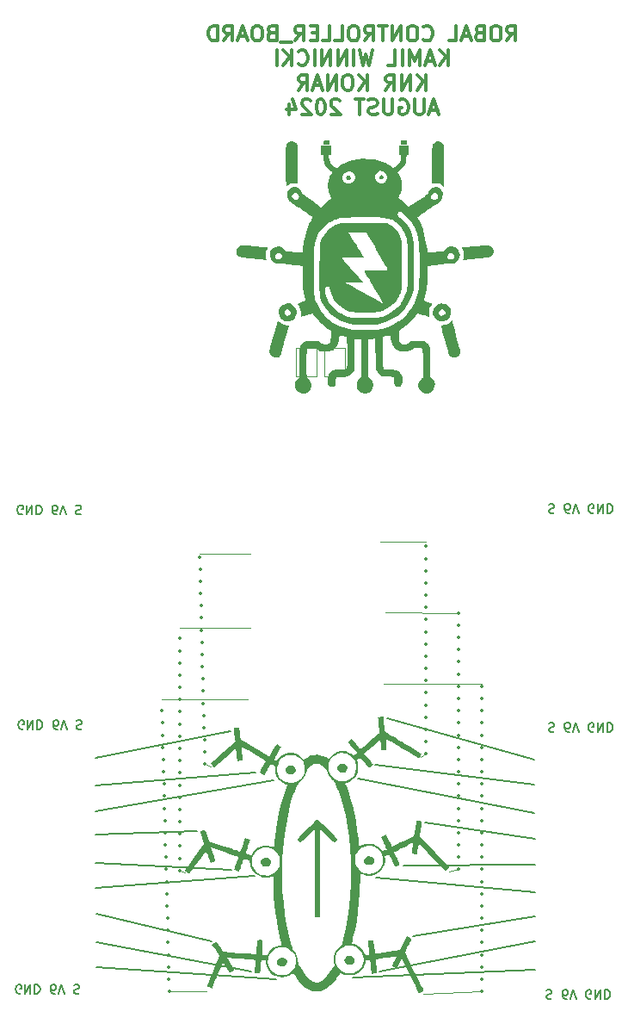
<source format=gbr>
%TF.GenerationSoftware,KiCad,Pcbnew,8.0.1*%
%TF.CreationDate,2024-08-17T14:41:16+02:00*%
%TF.ProjectId,robal_rpi_ioBoard,726f6261-6c5f-4727-9069-5f696f426f61,rev?*%
%TF.SameCoordinates,Original*%
%TF.FileFunction,Legend,Bot*%
%TF.FilePolarity,Positive*%
%FSLAX46Y46*%
G04 Gerber Fmt 4.6, Leading zero omitted, Abs format (unit mm)*
G04 Created by KiCad (PCBNEW 8.0.1) date 2024-08-17 14:41:16*
%MOMM*%
%LPD*%
G01*
G04 APERTURE LIST*
%ADD10C,0.200000*%
%ADD11C,0.100000*%
%ADD12C,0.300000*%
%ADD13C,0.130000*%
%ADD14C,0.000000*%
%ADD15C,0.120000*%
G04 APERTURE END LIST*
D10*
X72750000Y-130500000D02*
X88406255Y-132436979D01*
X56695882Y-147847941D02*
X45330036Y-145155524D01*
X60934190Y-141375509D02*
X45236291Y-142592503D01*
D11*
X83250000Y-122500000D02*
X73625000Y-122500000D01*
D10*
X58500000Y-127199418D02*
X45250000Y-129750000D01*
D12*
X83250000Y-152750000D02*
X83250000Y-152750000D01*
X83250000Y-151550000D02*
X83250000Y-151550000D01*
X83250000Y-150350000D02*
X83250000Y-150350000D01*
X83250000Y-149150000D02*
X83250000Y-149150000D01*
X83250000Y-147950000D02*
X83250000Y-147950000D01*
X83250000Y-146750000D02*
X83250000Y-146750000D01*
X83250000Y-145550000D02*
X83250000Y-145550000D01*
X83250000Y-144350000D02*
X83250000Y-144350000D01*
X83250000Y-143150000D02*
X83250000Y-143150000D01*
X83250000Y-141950000D02*
X83250000Y-141950000D01*
X83250000Y-140750000D02*
X83250000Y-140750000D01*
X83250000Y-139550000D02*
X83250000Y-139550000D01*
X83250000Y-138350000D02*
X83250000Y-138350000D01*
X83250000Y-137150000D02*
X83250000Y-137150000D01*
X83250000Y-135950000D02*
X83250000Y-135950000D01*
X83250000Y-134750000D02*
X83250000Y-134750000D01*
X83250000Y-133550000D02*
X83250000Y-133550000D01*
X83250000Y-132350000D02*
X83250000Y-132350000D01*
X83250000Y-131150000D02*
X83250000Y-131150000D01*
X83250000Y-129950000D02*
X83250000Y-129950000D01*
X83250000Y-128750000D02*
X83250000Y-128750000D01*
X83250000Y-127550000D02*
X83250000Y-127550000D01*
X83250000Y-126350000D02*
X83250000Y-126350000D01*
X83250000Y-125150000D02*
X83250000Y-125150000D01*
X83250000Y-123950000D02*
X83250000Y-123950000D01*
X83250000Y-122750000D02*
X83250000Y-122750000D01*
D10*
X75509166Y-140348506D02*
X88500000Y-140250000D01*
D11*
X80000000Y-141000000D02*
X81000000Y-140750000D01*
D12*
X77750000Y-129393865D02*
X77750000Y-129393865D01*
X77750000Y-128193865D02*
X77750000Y-128193865D01*
X77750000Y-126993865D02*
X77750000Y-126993865D01*
X77750000Y-125793865D02*
X77750000Y-125793865D01*
X77750000Y-124593865D02*
X77750000Y-124593865D01*
X77750000Y-123393865D02*
X77750000Y-123393865D01*
X77750000Y-122193865D02*
X77750000Y-122193865D01*
X77750000Y-120993865D02*
X77750000Y-120993865D01*
X77750000Y-119793865D02*
X77750000Y-119793865D01*
X77750000Y-118593865D02*
X77750000Y-118593865D01*
X77750000Y-117393865D02*
X77750000Y-117393865D01*
X77750000Y-116193865D02*
X77750000Y-116193865D01*
X77750000Y-114993865D02*
X77750000Y-114993865D01*
X77750000Y-113793865D02*
X77750000Y-113793865D01*
X77750000Y-112593865D02*
X77750000Y-112593865D01*
X77750000Y-111393865D02*
X77750000Y-111393865D01*
X77750000Y-110193865D02*
X77750000Y-110193865D01*
X77750000Y-108993865D02*
X77750000Y-108993865D01*
D10*
X72793822Y-141543257D02*
X88500000Y-143000000D01*
D11*
X81000000Y-115532396D02*
X73750000Y-115500000D01*
D12*
X81000000Y-140750000D02*
X81000000Y-140750000D01*
X81000000Y-139550000D02*
X81000000Y-139550000D01*
X81000000Y-138350000D02*
X81000000Y-138350000D01*
X81000000Y-137150000D02*
X81000000Y-137150000D01*
X81000000Y-135950000D02*
X81000000Y-135950000D01*
X81000000Y-134750000D02*
X81000000Y-134750000D01*
X81000000Y-133550000D02*
X81000000Y-133550000D01*
X81000000Y-132350000D02*
X81000000Y-132350000D01*
X81000000Y-131150000D02*
X81000000Y-131150000D01*
X81000000Y-129950000D02*
X81000000Y-129950000D01*
X81000000Y-128750000D02*
X81000000Y-128750000D01*
X81000000Y-127550000D02*
X81000000Y-127550000D01*
X81000000Y-126350000D02*
X81000000Y-126350000D01*
X81000000Y-125150000D02*
X81000000Y-125150000D01*
X81000000Y-123950000D02*
X81000000Y-123950000D01*
X81000000Y-122750000D02*
X81000000Y-122750000D01*
X81000000Y-121550000D02*
X81000000Y-121550000D01*
X81000000Y-120350000D02*
X81000000Y-120350000D01*
X81000000Y-119150000D02*
X81000000Y-119150000D01*
X81000000Y-117950000D02*
X81000000Y-117950000D01*
X81000000Y-116750000D02*
X81000000Y-116750000D01*
X81000000Y-115550000D02*
X81000000Y-115550000D01*
D11*
X51750000Y-124000000D02*
X60250000Y-124000000D01*
X53500000Y-140860174D02*
X54025532Y-141093378D01*
D10*
X76507241Y-147341830D02*
X88486291Y-145342503D01*
X61000000Y-131250000D02*
X45250000Y-132500000D01*
D11*
X56000000Y-130426254D02*
X56579273Y-130640632D01*
D10*
X71045706Y-131844361D02*
X88406255Y-135186979D01*
X73945693Y-125914051D02*
X88406255Y-129936979D01*
X60596810Y-150803365D02*
X45330036Y-147905524D01*
X62997174Y-151574522D02*
X45330036Y-150405524D01*
X70533486Y-151418466D02*
X88486291Y-150592503D01*
D11*
X77750000Y-129393865D02*
X77264000Y-129698509D01*
D10*
X62750000Y-132000000D02*
X45250000Y-135000000D01*
X58576218Y-140781454D02*
X45236291Y-140092503D01*
X73205383Y-150766783D02*
X88486291Y-147842503D01*
X55233603Y-136976567D02*
X45236291Y-137342503D01*
D12*
X53500000Y-140860174D02*
X53500000Y-140860174D01*
X53500000Y-139660174D02*
X53500000Y-139660174D01*
X53500000Y-138460174D02*
X53500000Y-138460174D01*
X53500000Y-137260174D02*
X53500000Y-137260174D01*
X53500000Y-136060174D02*
X53500000Y-136060174D01*
X53500000Y-134860174D02*
X53500000Y-134860174D01*
X53500000Y-133660174D02*
X53500000Y-133660174D01*
X53500000Y-132460174D02*
X53500000Y-132460174D01*
X53500000Y-131260174D02*
X53500000Y-131260174D01*
X53500000Y-130060174D02*
X53500000Y-130060174D01*
X53500000Y-128860174D02*
X53500000Y-128860174D01*
X53500000Y-127660174D02*
X53500000Y-127660174D01*
X53500000Y-126460174D02*
X53500000Y-126460174D01*
X53500000Y-125260174D02*
X53500000Y-125260174D01*
X53500000Y-124060174D02*
X53500000Y-124060174D01*
X53500000Y-122860174D02*
X53500000Y-122860174D01*
X53500000Y-121660174D02*
X53500000Y-121660174D01*
X53500000Y-120460174D02*
X53500000Y-120460174D01*
X53500000Y-119260174D02*
X53500000Y-119260174D01*
X53500000Y-118060174D02*
X53500000Y-118060174D01*
D11*
X55500000Y-109750000D02*
X60500000Y-109750000D01*
D12*
X52500000Y-152750000D02*
X52500000Y-152750000D01*
X52468706Y-151550408D02*
X52468706Y-151550408D01*
X52437413Y-150350816D02*
X52437413Y-150350816D01*
X52406119Y-149151224D02*
X52406119Y-149151224D01*
X52374825Y-147951632D02*
X52374825Y-147951632D01*
X52343531Y-146752041D02*
X52343531Y-146752041D01*
X52312238Y-145552449D02*
X52312238Y-145552449D01*
X52280944Y-144352857D02*
X52280944Y-144352857D01*
X52249650Y-143153265D02*
X52249650Y-143153265D01*
X52218357Y-141953673D02*
X52218357Y-141953673D01*
X52187063Y-140754081D02*
X52187063Y-140754081D01*
X52155769Y-139554489D02*
X52155769Y-139554489D01*
X52124476Y-138354897D02*
X52124476Y-138354897D01*
X52093182Y-137155305D02*
X52093182Y-137155305D01*
X52061888Y-135955714D02*
X52061888Y-135955714D01*
X52030594Y-134756122D02*
X52030594Y-134756122D01*
X51999301Y-133556530D02*
X51999301Y-133556530D01*
X51968007Y-132356938D02*
X51968007Y-132356938D01*
X51936713Y-131157346D02*
X51936713Y-131157346D01*
X51905420Y-129957754D02*
X51905420Y-129957754D01*
X51874126Y-128758162D02*
X51874126Y-128758162D01*
X51842832Y-127558570D02*
X51842832Y-127558570D01*
X51811539Y-126358978D02*
X51811539Y-126358978D01*
X51780245Y-125159387D02*
X51780245Y-125159387D01*
X56000000Y-130426254D02*
X56000000Y-130426254D01*
X55970990Y-129226605D02*
X55970990Y-129226605D01*
X55941979Y-128026955D02*
X55941979Y-128026955D01*
X55912969Y-126827306D02*
X55912969Y-126827306D01*
X55883959Y-125627657D02*
X55883959Y-125627657D01*
X55854948Y-124428008D02*
X55854948Y-124428008D01*
X55825938Y-123228358D02*
X55825938Y-123228358D01*
X55796928Y-122028709D02*
X55796928Y-122028709D01*
X55767917Y-120829060D02*
X55767917Y-120829060D01*
X55738907Y-119629410D02*
X55738907Y-119629410D01*
X55709897Y-118429761D02*
X55709897Y-118429761D01*
X55680887Y-117230112D02*
X55680887Y-117230112D01*
X55651876Y-116030463D02*
X55651876Y-116030463D01*
X55622866Y-114830813D02*
X55622866Y-114830813D01*
X55593856Y-113631164D02*
X55593856Y-113631164D01*
X55564845Y-112431515D02*
X55564845Y-112431515D01*
X55535835Y-111231865D02*
X55535835Y-111231865D01*
X55506825Y-110032216D02*
X55506825Y-110032216D01*
D10*
X77681440Y-136134293D02*
X88500000Y-137750000D01*
D11*
X53500000Y-117000000D02*
X60500000Y-117000000D01*
X56112518Y-152710940D02*
X52500000Y-152750000D01*
X77750000Y-108500000D02*
X73250000Y-108500000D01*
X77504773Y-152982968D02*
X83250000Y-152750000D01*
D13*
X37885714Y-152947545D02*
X37800000Y-152990402D01*
X37800000Y-152990402D02*
X37671428Y-152990402D01*
X37671428Y-152990402D02*
X37542857Y-152947545D01*
X37542857Y-152947545D02*
X37457142Y-152861831D01*
X37457142Y-152861831D02*
X37414285Y-152776117D01*
X37414285Y-152776117D02*
X37371428Y-152604688D01*
X37371428Y-152604688D02*
X37371428Y-152476117D01*
X37371428Y-152476117D02*
X37414285Y-152304688D01*
X37414285Y-152304688D02*
X37457142Y-152218974D01*
X37457142Y-152218974D02*
X37542857Y-152133260D01*
X37542857Y-152133260D02*
X37671428Y-152090402D01*
X37671428Y-152090402D02*
X37757142Y-152090402D01*
X37757142Y-152090402D02*
X37885714Y-152133260D01*
X37885714Y-152133260D02*
X37928571Y-152176117D01*
X37928571Y-152176117D02*
X37928571Y-152476117D01*
X37928571Y-152476117D02*
X37757142Y-152476117D01*
X38314285Y-152090402D02*
X38314285Y-152990402D01*
X38314285Y-152990402D02*
X38828571Y-152090402D01*
X38828571Y-152090402D02*
X38828571Y-152990402D01*
X39257142Y-152090402D02*
X39257142Y-152990402D01*
X39257142Y-152990402D02*
X39471428Y-152990402D01*
X39471428Y-152990402D02*
X39599999Y-152947545D01*
X39599999Y-152947545D02*
X39685714Y-152861831D01*
X39685714Y-152861831D02*
X39728571Y-152776117D01*
X39728571Y-152776117D02*
X39771428Y-152604688D01*
X39771428Y-152604688D02*
X39771428Y-152476117D01*
X39771428Y-152476117D02*
X39728571Y-152304688D01*
X39728571Y-152304688D02*
X39685714Y-152218974D01*
X39685714Y-152218974D02*
X39599999Y-152133260D01*
X39599999Y-152133260D02*
X39471428Y-152090402D01*
X39471428Y-152090402D02*
X39257142Y-152090402D01*
X41228571Y-152990402D02*
X41057142Y-152990402D01*
X41057142Y-152990402D02*
X40971428Y-152947545D01*
X40971428Y-152947545D02*
X40928571Y-152904688D01*
X40928571Y-152904688D02*
X40842856Y-152776117D01*
X40842856Y-152776117D02*
X40799999Y-152604688D01*
X40799999Y-152604688D02*
X40799999Y-152261831D01*
X40799999Y-152261831D02*
X40842856Y-152176117D01*
X40842856Y-152176117D02*
X40885713Y-152133260D01*
X40885713Y-152133260D02*
X40971428Y-152090402D01*
X40971428Y-152090402D02*
X41142856Y-152090402D01*
X41142856Y-152090402D02*
X41228571Y-152133260D01*
X41228571Y-152133260D02*
X41271428Y-152176117D01*
X41271428Y-152176117D02*
X41314285Y-152261831D01*
X41314285Y-152261831D02*
X41314285Y-152476117D01*
X41314285Y-152476117D02*
X41271428Y-152561831D01*
X41271428Y-152561831D02*
X41228571Y-152604688D01*
X41228571Y-152604688D02*
X41142856Y-152647545D01*
X41142856Y-152647545D02*
X40971428Y-152647545D01*
X40971428Y-152647545D02*
X40885713Y-152604688D01*
X40885713Y-152604688D02*
X40842856Y-152561831D01*
X40842856Y-152561831D02*
X40799999Y-152476117D01*
X41571428Y-152990402D02*
X41871428Y-152090402D01*
X41871428Y-152090402D02*
X42171428Y-152990402D01*
X43114285Y-152133260D02*
X43242857Y-152090402D01*
X43242857Y-152090402D02*
X43457142Y-152090402D01*
X43457142Y-152090402D02*
X43542857Y-152133260D01*
X43542857Y-152133260D02*
X43585714Y-152176117D01*
X43585714Y-152176117D02*
X43628571Y-152261831D01*
X43628571Y-152261831D02*
X43628571Y-152347545D01*
X43628571Y-152347545D02*
X43585714Y-152433260D01*
X43585714Y-152433260D02*
X43542857Y-152476117D01*
X43542857Y-152476117D02*
X43457142Y-152518974D01*
X43457142Y-152518974D02*
X43285714Y-152561831D01*
X43285714Y-152561831D02*
X43199999Y-152604688D01*
X43199999Y-152604688D02*
X43157142Y-152647545D01*
X43157142Y-152647545D02*
X43114285Y-152733260D01*
X43114285Y-152733260D02*
X43114285Y-152818974D01*
X43114285Y-152818974D02*
X43157142Y-152904688D01*
X43157142Y-152904688D02*
X43199999Y-152947545D01*
X43199999Y-152947545D02*
X43285714Y-152990402D01*
X43285714Y-152990402D02*
X43499999Y-152990402D01*
X43499999Y-152990402D02*
X43628571Y-152947545D01*
X38054253Y-105821697D02*
X37968539Y-105864554D01*
X37968539Y-105864554D02*
X37839967Y-105864554D01*
X37839967Y-105864554D02*
X37711396Y-105821697D01*
X37711396Y-105821697D02*
X37625681Y-105735983D01*
X37625681Y-105735983D02*
X37582824Y-105650269D01*
X37582824Y-105650269D02*
X37539967Y-105478840D01*
X37539967Y-105478840D02*
X37539967Y-105350269D01*
X37539967Y-105350269D02*
X37582824Y-105178840D01*
X37582824Y-105178840D02*
X37625681Y-105093126D01*
X37625681Y-105093126D02*
X37711396Y-105007412D01*
X37711396Y-105007412D02*
X37839967Y-104964554D01*
X37839967Y-104964554D02*
X37925681Y-104964554D01*
X37925681Y-104964554D02*
X38054253Y-105007412D01*
X38054253Y-105007412D02*
X38097110Y-105050269D01*
X38097110Y-105050269D02*
X38097110Y-105350269D01*
X38097110Y-105350269D02*
X37925681Y-105350269D01*
X38482824Y-104964554D02*
X38482824Y-105864554D01*
X38482824Y-105864554D02*
X38997110Y-104964554D01*
X38997110Y-104964554D02*
X38997110Y-105864554D01*
X39425681Y-104964554D02*
X39425681Y-105864554D01*
X39425681Y-105864554D02*
X39639967Y-105864554D01*
X39639967Y-105864554D02*
X39768538Y-105821697D01*
X39768538Y-105821697D02*
X39854253Y-105735983D01*
X39854253Y-105735983D02*
X39897110Y-105650269D01*
X39897110Y-105650269D02*
X39939967Y-105478840D01*
X39939967Y-105478840D02*
X39939967Y-105350269D01*
X39939967Y-105350269D02*
X39897110Y-105178840D01*
X39897110Y-105178840D02*
X39854253Y-105093126D01*
X39854253Y-105093126D02*
X39768538Y-105007412D01*
X39768538Y-105007412D02*
X39639967Y-104964554D01*
X39639967Y-104964554D02*
X39425681Y-104964554D01*
X41397110Y-105864554D02*
X41225681Y-105864554D01*
X41225681Y-105864554D02*
X41139967Y-105821697D01*
X41139967Y-105821697D02*
X41097110Y-105778840D01*
X41097110Y-105778840D02*
X41011395Y-105650269D01*
X41011395Y-105650269D02*
X40968538Y-105478840D01*
X40968538Y-105478840D02*
X40968538Y-105135983D01*
X40968538Y-105135983D02*
X41011395Y-105050269D01*
X41011395Y-105050269D02*
X41054252Y-105007412D01*
X41054252Y-105007412D02*
X41139967Y-104964554D01*
X41139967Y-104964554D02*
X41311395Y-104964554D01*
X41311395Y-104964554D02*
X41397110Y-105007412D01*
X41397110Y-105007412D02*
X41439967Y-105050269D01*
X41439967Y-105050269D02*
X41482824Y-105135983D01*
X41482824Y-105135983D02*
X41482824Y-105350269D01*
X41482824Y-105350269D02*
X41439967Y-105435983D01*
X41439967Y-105435983D02*
X41397110Y-105478840D01*
X41397110Y-105478840D02*
X41311395Y-105521697D01*
X41311395Y-105521697D02*
X41139967Y-105521697D01*
X41139967Y-105521697D02*
X41054252Y-105478840D01*
X41054252Y-105478840D02*
X41011395Y-105435983D01*
X41011395Y-105435983D02*
X40968538Y-105350269D01*
X41739967Y-105864554D02*
X42039967Y-104964554D01*
X42039967Y-104964554D02*
X42339967Y-105864554D01*
X43282824Y-105007412D02*
X43411396Y-104964554D01*
X43411396Y-104964554D02*
X43625681Y-104964554D01*
X43625681Y-104964554D02*
X43711396Y-105007412D01*
X43711396Y-105007412D02*
X43754253Y-105050269D01*
X43754253Y-105050269D02*
X43797110Y-105135983D01*
X43797110Y-105135983D02*
X43797110Y-105221697D01*
X43797110Y-105221697D02*
X43754253Y-105307412D01*
X43754253Y-105307412D02*
X43711396Y-105350269D01*
X43711396Y-105350269D02*
X43625681Y-105393126D01*
X43625681Y-105393126D02*
X43454253Y-105435983D01*
X43454253Y-105435983D02*
X43368538Y-105478840D01*
X43368538Y-105478840D02*
X43325681Y-105521697D01*
X43325681Y-105521697D02*
X43282824Y-105607412D01*
X43282824Y-105607412D02*
X43282824Y-105693126D01*
X43282824Y-105693126D02*
X43325681Y-105778840D01*
X43325681Y-105778840D02*
X43368538Y-105821697D01*
X43368538Y-105821697D02*
X43454253Y-105864554D01*
X43454253Y-105864554D02*
X43668538Y-105864554D01*
X43668538Y-105864554D02*
X43797110Y-105821697D01*
D12*
X85714286Y-59305954D02*
X86214286Y-58591668D01*
X86571429Y-59305954D02*
X86571429Y-57805954D01*
X86571429Y-57805954D02*
X86000000Y-57805954D01*
X86000000Y-57805954D02*
X85857143Y-57877383D01*
X85857143Y-57877383D02*
X85785714Y-57948811D01*
X85785714Y-57948811D02*
X85714286Y-58091668D01*
X85714286Y-58091668D02*
X85714286Y-58305954D01*
X85714286Y-58305954D02*
X85785714Y-58448811D01*
X85785714Y-58448811D02*
X85857143Y-58520240D01*
X85857143Y-58520240D02*
X86000000Y-58591668D01*
X86000000Y-58591668D02*
X86571429Y-58591668D01*
X84785714Y-57805954D02*
X84500000Y-57805954D01*
X84500000Y-57805954D02*
X84357143Y-57877383D01*
X84357143Y-57877383D02*
X84214286Y-58020240D01*
X84214286Y-58020240D02*
X84142857Y-58305954D01*
X84142857Y-58305954D02*
X84142857Y-58805954D01*
X84142857Y-58805954D02*
X84214286Y-59091668D01*
X84214286Y-59091668D02*
X84357143Y-59234526D01*
X84357143Y-59234526D02*
X84500000Y-59305954D01*
X84500000Y-59305954D02*
X84785714Y-59305954D01*
X84785714Y-59305954D02*
X84928572Y-59234526D01*
X84928572Y-59234526D02*
X85071429Y-59091668D01*
X85071429Y-59091668D02*
X85142857Y-58805954D01*
X85142857Y-58805954D02*
X85142857Y-58305954D01*
X85142857Y-58305954D02*
X85071429Y-58020240D01*
X85071429Y-58020240D02*
X84928572Y-57877383D01*
X84928572Y-57877383D02*
X84785714Y-57805954D01*
X83000000Y-58520240D02*
X82785714Y-58591668D01*
X82785714Y-58591668D02*
X82714285Y-58663097D01*
X82714285Y-58663097D02*
X82642857Y-58805954D01*
X82642857Y-58805954D02*
X82642857Y-59020240D01*
X82642857Y-59020240D02*
X82714285Y-59163097D01*
X82714285Y-59163097D02*
X82785714Y-59234526D01*
X82785714Y-59234526D02*
X82928571Y-59305954D01*
X82928571Y-59305954D02*
X83500000Y-59305954D01*
X83500000Y-59305954D02*
X83500000Y-57805954D01*
X83500000Y-57805954D02*
X83000000Y-57805954D01*
X83000000Y-57805954D02*
X82857143Y-57877383D01*
X82857143Y-57877383D02*
X82785714Y-57948811D01*
X82785714Y-57948811D02*
X82714285Y-58091668D01*
X82714285Y-58091668D02*
X82714285Y-58234526D01*
X82714285Y-58234526D02*
X82785714Y-58377383D01*
X82785714Y-58377383D02*
X82857143Y-58448811D01*
X82857143Y-58448811D02*
X83000000Y-58520240D01*
X83000000Y-58520240D02*
X83500000Y-58520240D01*
X82071428Y-58877383D02*
X81357143Y-58877383D01*
X82214285Y-59305954D02*
X81714285Y-57805954D01*
X81714285Y-57805954D02*
X81214285Y-59305954D01*
X80000000Y-59305954D02*
X80714286Y-59305954D01*
X80714286Y-59305954D02*
X80714286Y-57805954D01*
X77500000Y-59163097D02*
X77571428Y-59234526D01*
X77571428Y-59234526D02*
X77785714Y-59305954D01*
X77785714Y-59305954D02*
X77928571Y-59305954D01*
X77928571Y-59305954D02*
X78142857Y-59234526D01*
X78142857Y-59234526D02*
X78285714Y-59091668D01*
X78285714Y-59091668D02*
X78357143Y-58948811D01*
X78357143Y-58948811D02*
X78428571Y-58663097D01*
X78428571Y-58663097D02*
X78428571Y-58448811D01*
X78428571Y-58448811D02*
X78357143Y-58163097D01*
X78357143Y-58163097D02*
X78285714Y-58020240D01*
X78285714Y-58020240D02*
X78142857Y-57877383D01*
X78142857Y-57877383D02*
X77928571Y-57805954D01*
X77928571Y-57805954D02*
X77785714Y-57805954D01*
X77785714Y-57805954D02*
X77571428Y-57877383D01*
X77571428Y-57877383D02*
X77500000Y-57948811D01*
X76571428Y-57805954D02*
X76285714Y-57805954D01*
X76285714Y-57805954D02*
X76142857Y-57877383D01*
X76142857Y-57877383D02*
X76000000Y-58020240D01*
X76000000Y-58020240D02*
X75928571Y-58305954D01*
X75928571Y-58305954D02*
X75928571Y-58805954D01*
X75928571Y-58805954D02*
X76000000Y-59091668D01*
X76000000Y-59091668D02*
X76142857Y-59234526D01*
X76142857Y-59234526D02*
X76285714Y-59305954D01*
X76285714Y-59305954D02*
X76571428Y-59305954D01*
X76571428Y-59305954D02*
X76714286Y-59234526D01*
X76714286Y-59234526D02*
X76857143Y-59091668D01*
X76857143Y-59091668D02*
X76928571Y-58805954D01*
X76928571Y-58805954D02*
X76928571Y-58305954D01*
X76928571Y-58305954D02*
X76857143Y-58020240D01*
X76857143Y-58020240D02*
X76714286Y-57877383D01*
X76714286Y-57877383D02*
X76571428Y-57805954D01*
X75285714Y-59305954D02*
X75285714Y-57805954D01*
X75285714Y-57805954D02*
X74428571Y-59305954D01*
X74428571Y-59305954D02*
X74428571Y-57805954D01*
X73928570Y-57805954D02*
X73071428Y-57805954D01*
X73499999Y-59305954D02*
X73499999Y-57805954D01*
X71714285Y-59305954D02*
X72214285Y-58591668D01*
X72571428Y-59305954D02*
X72571428Y-57805954D01*
X72571428Y-57805954D02*
X71999999Y-57805954D01*
X71999999Y-57805954D02*
X71857142Y-57877383D01*
X71857142Y-57877383D02*
X71785713Y-57948811D01*
X71785713Y-57948811D02*
X71714285Y-58091668D01*
X71714285Y-58091668D02*
X71714285Y-58305954D01*
X71714285Y-58305954D02*
X71785713Y-58448811D01*
X71785713Y-58448811D02*
X71857142Y-58520240D01*
X71857142Y-58520240D02*
X71999999Y-58591668D01*
X71999999Y-58591668D02*
X72571428Y-58591668D01*
X70785713Y-57805954D02*
X70499999Y-57805954D01*
X70499999Y-57805954D02*
X70357142Y-57877383D01*
X70357142Y-57877383D02*
X70214285Y-58020240D01*
X70214285Y-58020240D02*
X70142856Y-58305954D01*
X70142856Y-58305954D02*
X70142856Y-58805954D01*
X70142856Y-58805954D02*
X70214285Y-59091668D01*
X70214285Y-59091668D02*
X70357142Y-59234526D01*
X70357142Y-59234526D02*
X70499999Y-59305954D01*
X70499999Y-59305954D02*
X70785713Y-59305954D01*
X70785713Y-59305954D02*
X70928571Y-59234526D01*
X70928571Y-59234526D02*
X71071428Y-59091668D01*
X71071428Y-59091668D02*
X71142856Y-58805954D01*
X71142856Y-58805954D02*
X71142856Y-58305954D01*
X71142856Y-58305954D02*
X71071428Y-58020240D01*
X71071428Y-58020240D02*
X70928571Y-57877383D01*
X70928571Y-57877383D02*
X70785713Y-57805954D01*
X68785713Y-59305954D02*
X69499999Y-59305954D01*
X69499999Y-59305954D02*
X69499999Y-57805954D01*
X67571427Y-59305954D02*
X68285713Y-59305954D01*
X68285713Y-59305954D02*
X68285713Y-57805954D01*
X67071427Y-58520240D02*
X66571427Y-58520240D01*
X66357141Y-59305954D02*
X67071427Y-59305954D01*
X67071427Y-59305954D02*
X67071427Y-57805954D01*
X67071427Y-57805954D02*
X66357141Y-57805954D01*
X64857141Y-59305954D02*
X65357141Y-58591668D01*
X65714284Y-59305954D02*
X65714284Y-57805954D01*
X65714284Y-57805954D02*
X65142855Y-57805954D01*
X65142855Y-57805954D02*
X64999998Y-57877383D01*
X64999998Y-57877383D02*
X64928569Y-57948811D01*
X64928569Y-57948811D02*
X64857141Y-58091668D01*
X64857141Y-58091668D02*
X64857141Y-58305954D01*
X64857141Y-58305954D02*
X64928569Y-58448811D01*
X64928569Y-58448811D02*
X64999998Y-58520240D01*
X64999998Y-58520240D02*
X65142855Y-58591668D01*
X65142855Y-58591668D02*
X65714284Y-58591668D01*
X64571427Y-59448811D02*
X63428569Y-59448811D01*
X62571427Y-58520240D02*
X62357141Y-58591668D01*
X62357141Y-58591668D02*
X62285712Y-58663097D01*
X62285712Y-58663097D02*
X62214284Y-58805954D01*
X62214284Y-58805954D02*
X62214284Y-59020240D01*
X62214284Y-59020240D02*
X62285712Y-59163097D01*
X62285712Y-59163097D02*
X62357141Y-59234526D01*
X62357141Y-59234526D02*
X62499998Y-59305954D01*
X62499998Y-59305954D02*
X63071427Y-59305954D01*
X63071427Y-59305954D02*
X63071427Y-57805954D01*
X63071427Y-57805954D02*
X62571427Y-57805954D01*
X62571427Y-57805954D02*
X62428570Y-57877383D01*
X62428570Y-57877383D02*
X62357141Y-57948811D01*
X62357141Y-57948811D02*
X62285712Y-58091668D01*
X62285712Y-58091668D02*
X62285712Y-58234526D01*
X62285712Y-58234526D02*
X62357141Y-58377383D01*
X62357141Y-58377383D02*
X62428570Y-58448811D01*
X62428570Y-58448811D02*
X62571427Y-58520240D01*
X62571427Y-58520240D02*
X63071427Y-58520240D01*
X61285712Y-57805954D02*
X60999998Y-57805954D01*
X60999998Y-57805954D02*
X60857141Y-57877383D01*
X60857141Y-57877383D02*
X60714284Y-58020240D01*
X60714284Y-58020240D02*
X60642855Y-58305954D01*
X60642855Y-58305954D02*
X60642855Y-58805954D01*
X60642855Y-58805954D02*
X60714284Y-59091668D01*
X60714284Y-59091668D02*
X60857141Y-59234526D01*
X60857141Y-59234526D02*
X60999998Y-59305954D01*
X60999998Y-59305954D02*
X61285712Y-59305954D01*
X61285712Y-59305954D02*
X61428570Y-59234526D01*
X61428570Y-59234526D02*
X61571427Y-59091668D01*
X61571427Y-59091668D02*
X61642855Y-58805954D01*
X61642855Y-58805954D02*
X61642855Y-58305954D01*
X61642855Y-58305954D02*
X61571427Y-58020240D01*
X61571427Y-58020240D02*
X61428570Y-57877383D01*
X61428570Y-57877383D02*
X61285712Y-57805954D01*
X60071426Y-58877383D02*
X59357141Y-58877383D01*
X60214283Y-59305954D02*
X59714283Y-57805954D01*
X59714283Y-57805954D02*
X59214283Y-59305954D01*
X57857141Y-59305954D02*
X58357141Y-58591668D01*
X58714284Y-59305954D02*
X58714284Y-57805954D01*
X58714284Y-57805954D02*
X58142855Y-57805954D01*
X58142855Y-57805954D02*
X57999998Y-57877383D01*
X57999998Y-57877383D02*
X57928569Y-57948811D01*
X57928569Y-57948811D02*
X57857141Y-58091668D01*
X57857141Y-58091668D02*
X57857141Y-58305954D01*
X57857141Y-58305954D02*
X57928569Y-58448811D01*
X57928569Y-58448811D02*
X57999998Y-58520240D01*
X57999998Y-58520240D02*
X58142855Y-58591668D01*
X58142855Y-58591668D02*
X58714284Y-58591668D01*
X57214284Y-59305954D02*
X57214284Y-57805954D01*
X57214284Y-57805954D02*
X56857141Y-57805954D01*
X56857141Y-57805954D02*
X56642855Y-57877383D01*
X56642855Y-57877383D02*
X56499998Y-58020240D01*
X56499998Y-58020240D02*
X56428569Y-58163097D01*
X56428569Y-58163097D02*
X56357141Y-58448811D01*
X56357141Y-58448811D02*
X56357141Y-58663097D01*
X56357141Y-58663097D02*
X56428569Y-58948811D01*
X56428569Y-58948811D02*
X56499998Y-59091668D01*
X56499998Y-59091668D02*
X56642855Y-59234526D01*
X56642855Y-59234526D02*
X56857141Y-59305954D01*
X56857141Y-59305954D02*
X57214284Y-59305954D01*
X79928572Y-61720870D02*
X79928572Y-60220870D01*
X79071429Y-61720870D02*
X79714286Y-60863727D01*
X79071429Y-60220870D02*
X79928572Y-61078013D01*
X78500000Y-61292299D02*
X77785715Y-61292299D01*
X78642857Y-61720870D02*
X78142857Y-60220870D01*
X78142857Y-60220870D02*
X77642857Y-61720870D01*
X77142858Y-61720870D02*
X77142858Y-60220870D01*
X77142858Y-60220870D02*
X76642858Y-61292299D01*
X76642858Y-61292299D02*
X76142858Y-60220870D01*
X76142858Y-60220870D02*
X76142858Y-61720870D01*
X75428572Y-61720870D02*
X75428572Y-60220870D01*
X74000000Y-61720870D02*
X74714286Y-61720870D01*
X74714286Y-61720870D02*
X74714286Y-60220870D01*
X72500000Y-60220870D02*
X72142857Y-61720870D01*
X72142857Y-61720870D02*
X71857143Y-60649442D01*
X71857143Y-60649442D02*
X71571428Y-61720870D01*
X71571428Y-61720870D02*
X71214286Y-60220870D01*
X70642857Y-61720870D02*
X70642857Y-60220870D01*
X69928571Y-61720870D02*
X69928571Y-60220870D01*
X69928571Y-60220870D02*
X69071428Y-61720870D01*
X69071428Y-61720870D02*
X69071428Y-60220870D01*
X68357142Y-61720870D02*
X68357142Y-60220870D01*
X68357142Y-60220870D02*
X67499999Y-61720870D01*
X67499999Y-61720870D02*
X67499999Y-60220870D01*
X66785713Y-61720870D02*
X66785713Y-60220870D01*
X65214284Y-61578013D02*
X65285712Y-61649442D01*
X65285712Y-61649442D02*
X65499998Y-61720870D01*
X65499998Y-61720870D02*
X65642855Y-61720870D01*
X65642855Y-61720870D02*
X65857141Y-61649442D01*
X65857141Y-61649442D02*
X65999998Y-61506584D01*
X65999998Y-61506584D02*
X66071427Y-61363727D01*
X66071427Y-61363727D02*
X66142855Y-61078013D01*
X66142855Y-61078013D02*
X66142855Y-60863727D01*
X66142855Y-60863727D02*
X66071427Y-60578013D01*
X66071427Y-60578013D02*
X65999998Y-60435156D01*
X65999998Y-60435156D02*
X65857141Y-60292299D01*
X65857141Y-60292299D02*
X65642855Y-60220870D01*
X65642855Y-60220870D02*
X65499998Y-60220870D01*
X65499998Y-60220870D02*
X65285712Y-60292299D01*
X65285712Y-60292299D02*
X65214284Y-60363727D01*
X64571427Y-61720870D02*
X64571427Y-60220870D01*
X63714284Y-61720870D02*
X64357141Y-60863727D01*
X63714284Y-60220870D02*
X64571427Y-61078013D01*
X63071427Y-61720870D02*
X63071427Y-60220870D01*
X77714286Y-64135786D02*
X77714286Y-62635786D01*
X76857143Y-64135786D02*
X77500000Y-63278643D01*
X76857143Y-62635786D02*
X77714286Y-63492929D01*
X76214286Y-64135786D02*
X76214286Y-62635786D01*
X76214286Y-62635786D02*
X75357143Y-64135786D01*
X75357143Y-64135786D02*
X75357143Y-62635786D01*
X73785714Y-64135786D02*
X74285714Y-63421500D01*
X74642857Y-64135786D02*
X74642857Y-62635786D01*
X74642857Y-62635786D02*
X74071428Y-62635786D01*
X74071428Y-62635786D02*
X73928571Y-62707215D01*
X73928571Y-62707215D02*
X73857142Y-62778643D01*
X73857142Y-62778643D02*
X73785714Y-62921500D01*
X73785714Y-62921500D02*
X73785714Y-63135786D01*
X73785714Y-63135786D02*
X73857142Y-63278643D01*
X73857142Y-63278643D02*
X73928571Y-63350072D01*
X73928571Y-63350072D02*
X74071428Y-63421500D01*
X74071428Y-63421500D02*
X74642857Y-63421500D01*
X72000000Y-64135786D02*
X72000000Y-62635786D01*
X71142857Y-64135786D02*
X71785714Y-63278643D01*
X71142857Y-62635786D02*
X72000000Y-63492929D01*
X70214285Y-62635786D02*
X69928571Y-62635786D01*
X69928571Y-62635786D02*
X69785714Y-62707215D01*
X69785714Y-62707215D02*
X69642857Y-62850072D01*
X69642857Y-62850072D02*
X69571428Y-63135786D01*
X69571428Y-63135786D02*
X69571428Y-63635786D01*
X69571428Y-63635786D02*
X69642857Y-63921500D01*
X69642857Y-63921500D02*
X69785714Y-64064358D01*
X69785714Y-64064358D02*
X69928571Y-64135786D01*
X69928571Y-64135786D02*
X70214285Y-64135786D01*
X70214285Y-64135786D02*
X70357143Y-64064358D01*
X70357143Y-64064358D02*
X70500000Y-63921500D01*
X70500000Y-63921500D02*
X70571428Y-63635786D01*
X70571428Y-63635786D02*
X70571428Y-63135786D01*
X70571428Y-63135786D02*
X70500000Y-62850072D01*
X70500000Y-62850072D02*
X70357143Y-62707215D01*
X70357143Y-62707215D02*
X70214285Y-62635786D01*
X68928571Y-64135786D02*
X68928571Y-62635786D01*
X68928571Y-62635786D02*
X68071428Y-64135786D01*
X68071428Y-64135786D02*
X68071428Y-62635786D01*
X67428570Y-63707215D02*
X66714285Y-63707215D01*
X67571427Y-64135786D02*
X67071427Y-62635786D01*
X67071427Y-62635786D02*
X66571427Y-64135786D01*
X65214285Y-64135786D02*
X65714285Y-63421500D01*
X66071428Y-64135786D02*
X66071428Y-62635786D01*
X66071428Y-62635786D02*
X65499999Y-62635786D01*
X65499999Y-62635786D02*
X65357142Y-62707215D01*
X65357142Y-62707215D02*
X65285713Y-62778643D01*
X65285713Y-62778643D02*
X65214285Y-62921500D01*
X65214285Y-62921500D02*
X65214285Y-63135786D01*
X65214285Y-63135786D02*
X65285713Y-63278643D01*
X65285713Y-63278643D02*
X65357142Y-63350072D01*
X65357142Y-63350072D02*
X65499999Y-63421500D01*
X65499999Y-63421500D02*
X66071428Y-63421500D01*
X78892855Y-66122131D02*
X78178570Y-66122131D01*
X79035712Y-66550702D02*
X78535712Y-65050702D01*
X78535712Y-65050702D02*
X78035712Y-66550702D01*
X77535713Y-65050702D02*
X77535713Y-66264988D01*
X77535713Y-66264988D02*
X77464284Y-66407845D01*
X77464284Y-66407845D02*
X77392856Y-66479274D01*
X77392856Y-66479274D02*
X77249998Y-66550702D01*
X77249998Y-66550702D02*
X76964284Y-66550702D01*
X76964284Y-66550702D02*
X76821427Y-66479274D01*
X76821427Y-66479274D02*
X76749998Y-66407845D01*
X76749998Y-66407845D02*
X76678570Y-66264988D01*
X76678570Y-66264988D02*
X76678570Y-65050702D01*
X75178569Y-65122131D02*
X75321427Y-65050702D01*
X75321427Y-65050702D02*
X75535712Y-65050702D01*
X75535712Y-65050702D02*
X75749998Y-65122131D01*
X75749998Y-65122131D02*
X75892855Y-65264988D01*
X75892855Y-65264988D02*
X75964284Y-65407845D01*
X75964284Y-65407845D02*
X76035712Y-65693559D01*
X76035712Y-65693559D02*
X76035712Y-65907845D01*
X76035712Y-65907845D02*
X75964284Y-66193559D01*
X75964284Y-66193559D02*
X75892855Y-66336416D01*
X75892855Y-66336416D02*
X75749998Y-66479274D01*
X75749998Y-66479274D02*
X75535712Y-66550702D01*
X75535712Y-66550702D02*
X75392855Y-66550702D01*
X75392855Y-66550702D02*
X75178569Y-66479274D01*
X75178569Y-66479274D02*
X75107141Y-66407845D01*
X75107141Y-66407845D02*
X75107141Y-65907845D01*
X75107141Y-65907845D02*
X75392855Y-65907845D01*
X74464284Y-65050702D02*
X74464284Y-66264988D01*
X74464284Y-66264988D02*
X74392855Y-66407845D01*
X74392855Y-66407845D02*
X74321427Y-66479274D01*
X74321427Y-66479274D02*
X74178569Y-66550702D01*
X74178569Y-66550702D02*
X73892855Y-66550702D01*
X73892855Y-66550702D02*
X73749998Y-66479274D01*
X73749998Y-66479274D02*
X73678569Y-66407845D01*
X73678569Y-66407845D02*
X73607141Y-66264988D01*
X73607141Y-66264988D02*
X73607141Y-65050702D01*
X72964283Y-66479274D02*
X72749998Y-66550702D01*
X72749998Y-66550702D02*
X72392855Y-66550702D01*
X72392855Y-66550702D02*
X72249998Y-66479274D01*
X72249998Y-66479274D02*
X72178569Y-66407845D01*
X72178569Y-66407845D02*
X72107140Y-66264988D01*
X72107140Y-66264988D02*
X72107140Y-66122131D01*
X72107140Y-66122131D02*
X72178569Y-65979274D01*
X72178569Y-65979274D02*
X72249998Y-65907845D01*
X72249998Y-65907845D02*
X72392855Y-65836416D01*
X72392855Y-65836416D02*
X72678569Y-65764988D01*
X72678569Y-65764988D02*
X72821426Y-65693559D01*
X72821426Y-65693559D02*
X72892855Y-65622131D01*
X72892855Y-65622131D02*
X72964283Y-65479274D01*
X72964283Y-65479274D02*
X72964283Y-65336416D01*
X72964283Y-65336416D02*
X72892855Y-65193559D01*
X72892855Y-65193559D02*
X72821426Y-65122131D01*
X72821426Y-65122131D02*
X72678569Y-65050702D01*
X72678569Y-65050702D02*
X72321426Y-65050702D01*
X72321426Y-65050702D02*
X72107140Y-65122131D01*
X71678569Y-65050702D02*
X70821427Y-65050702D01*
X71249998Y-66550702D02*
X71249998Y-65050702D01*
X69249998Y-65193559D02*
X69178570Y-65122131D01*
X69178570Y-65122131D02*
X69035713Y-65050702D01*
X69035713Y-65050702D02*
X68678570Y-65050702D01*
X68678570Y-65050702D02*
X68535713Y-65122131D01*
X68535713Y-65122131D02*
X68464284Y-65193559D01*
X68464284Y-65193559D02*
X68392855Y-65336416D01*
X68392855Y-65336416D02*
X68392855Y-65479274D01*
X68392855Y-65479274D02*
X68464284Y-65693559D01*
X68464284Y-65693559D02*
X69321427Y-66550702D01*
X69321427Y-66550702D02*
X68392855Y-66550702D01*
X67464284Y-65050702D02*
X67321427Y-65050702D01*
X67321427Y-65050702D02*
X67178570Y-65122131D01*
X67178570Y-65122131D02*
X67107142Y-65193559D01*
X67107142Y-65193559D02*
X67035713Y-65336416D01*
X67035713Y-65336416D02*
X66964284Y-65622131D01*
X66964284Y-65622131D02*
X66964284Y-65979274D01*
X66964284Y-65979274D02*
X67035713Y-66264988D01*
X67035713Y-66264988D02*
X67107142Y-66407845D01*
X67107142Y-66407845D02*
X67178570Y-66479274D01*
X67178570Y-66479274D02*
X67321427Y-66550702D01*
X67321427Y-66550702D02*
X67464284Y-66550702D01*
X67464284Y-66550702D02*
X67607142Y-66479274D01*
X67607142Y-66479274D02*
X67678570Y-66407845D01*
X67678570Y-66407845D02*
X67749999Y-66264988D01*
X67749999Y-66264988D02*
X67821427Y-65979274D01*
X67821427Y-65979274D02*
X67821427Y-65622131D01*
X67821427Y-65622131D02*
X67749999Y-65336416D01*
X67749999Y-65336416D02*
X67678570Y-65193559D01*
X67678570Y-65193559D02*
X67607142Y-65122131D01*
X67607142Y-65122131D02*
X67464284Y-65050702D01*
X66392856Y-65193559D02*
X66321428Y-65122131D01*
X66321428Y-65122131D02*
X66178571Y-65050702D01*
X66178571Y-65050702D02*
X65821428Y-65050702D01*
X65821428Y-65050702D02*
X65678571Y-65122131D01*
X65678571Y-65122131D02*
X65607142Y-65193559D01*
X65607142Y-65193559D02*
X65535713Y-65336416D01*
X65535713Y-65336416D02*
X65535713Y-65479274D01*
X65535713Y-65479274D02*
X65607142Y-65693559D01*
X65607142Y-65693559D02*
X66464285Y-66550702D01*
X66464285Y-66550702D02*
X65535713Y-66550702D01*
X64250000Y-65550702D02*
X64250000Y-66550702D01*
X64607142Y-64979274D02*
X64964285Y-66050702D01*
X64964285Y-66050702D02*
X64035714Y-66050702D01*
D13*
X89871428Y-104883260D02*
X90000000Y-104840402D01*
X90000000Y-104840402D02*
X90214285Y-104840402D01*
X90214285Y-104840402D02*
X90300000Y-104883260D01*
X90300000Y-104883260D02*
X90342857Y-104926117D01*
X90342857Y-104926117D02*
X90385714Y-105011831D01*
X90385714Y-105011831D02*
X90385714Y-105097545D01*
X90385714Y-105097545D02*
X90342857Y-105183260D01*
X90342857Y-105183260D02*
X90300000Y-105226117D01*
X90300000Y-105226117D02*
X90214285Y-105268974D01*
X90214285Y-105268974D02*
X90042857Y-105311831D01*
X90042857Y-105311831D02*
X89957142Y-105354688D01*
X89957142Y-105354688D02*
X89914285Y-105397545D01*
X89914285Y-105397545D02*
X89871428Y-105483260D01*
X89871428Y-105483260D02*
X89871428Y-105568974D01*
X89871428Y-105568974D02*
X89914285Y-105654688D01*
X89914285Y-105654688D02*
X89957142Y-105697545D01*
X89957142Y-105697545D02*
X90042857Y-105740402D01*
X90042857Y-105740402D02*
X90257142Y-105740402D01*
X90257142Y-105740402D02*
X90385714Y-105697545D01*
X91842857Y-105740402D02*
X91671428Y-105740402D01*
X91671428Y-105740402D02*
X91585714Y-105697545D01*
X91585714Y-105697545D02*
X91542857Y-105654688D01*
X91542857Y-105654688D02*
X91457142Y-105526117D01*
X91457142Y-105526117D02*
X91414285Y-105354688D01*
X91414285Y-105354688D02*
X91414285Y-105011831D01*
X91414285Y-105011831D02*
X91457142Y-104926117D01*
X91457142Y-104926117D02*
X91499999Y-104883260D01*
X91499999Y-104883260D02*
X91585714Y-104840402D01*
X91585714Y-104840402D02*
X91757142Y-104840402D01*
X91757142Y-104840402D02*
X91842857Y-104883260D01*
X91842857Y-104883260D02*
X91885714Y-104926117D01*
X91885714Y-104926117D02*
X91928571Y-105011831D01*
X91928571Y-105011831D02*
X91928571Y-105226117D01*
X91928571Y-105226117D02*
X91885714Y-105311831D01*
X91885714Y-105311831D02*
X91842857Y-105354688D01*
X91842857Y-105354688D02*
X91757142Y-105397545D01*
X91757142Y-105397545D02*
X91585714Y-105397545D01*
X91585714Y-105397545D02*
X91499999Y-105354688D01*
X91499999Y-105354688D02*
X91457142Y-105311831D01*
X91457142Y-105311831D02*
X91414285Y-105226117D01*
X92185714Y-105740402D02*
X92485714Y-104840402D01*
X92485714Y-104840402D02*
X92785714Y-105740402D01*
X94242857Y-105697545D02*
X94157143Y-105740402D01*
X94157143Y-105740402D02*
X94028571Y-105740402D01*
X94028571Y-105740402D02*
X93900000Y-105697545D01*
X93900000Y-105697545D02*
X93814285Y-105611831D01*
X93814285Y-105611831D02*
X93771428Y-105526117D01*
X93771428Y-105526117D02*
X93728571Y-105354688D01*
X93728571Y-105354688D02*
X93728571Y-105226117D01*
X93728571Y-105226117D02*
X93771428Y-105054688D01*
X93771428Y-105054688D02*
X93814285Y-104968974D01*
X93814285Y-104968974D02*
X93900000Y-104883260D01*
X93900000Y-104883260D02*
X94028571Y-104840402D01*
X94028571Y-104840402D02*
X94114285Y-104840402D01*
X94114285Y-104840402D02*
X94242857Y-104883260D01*
X94242857Y-104883260D02*
X94285714Y-104926117D01*
X94285714Y-104926117D02*
X94285714Y-105226117D01*
X94285714Y-105226117D02*
X94114285Y-105226117D01*
X94671428Y-104840402D02*
X94671428Y-105740402D01*
X94671428Y-105740402D02*
X95185714Y-104840402D01*
X95185714Y-104840402D02*
X95185714Y-105740402D01*
X95614285Y-104840402D02*
X95614285Y-105740402D01*
X95614285Y-105740402D02*
X95828571Y-105740402D01*
X95828571Y-105740402D02*
X95957142Y-105697545D01*
X95957142Y-105697545D02*
X96042857Y-105611831D01*
X96042857Y-105611831D02*
X96085714Y-105526117D01*
X96085714Y-105526117D02*
X96128571Y-105354688D01*
X96128571Y-105354688D02*
X96128571Y-105226117D01*
X96128571Y-105226117D02*
X96085714Y-105054688D01*
X96085714Y-105054688D02*
X96042857Y-104968974D01*
X96042857Y-104968974D02*
X95957142Y-104883260D01*
X95957142Y-104883260D02*
X95828571Y-104840402D01*
X95828571Y-104840402D02*
X95614285Y-104840402D01*
X38135714Y-126947545D02*
X38050000Y-126990402D01*
X38050000Y-126990402D02*
X37921428Y-126990402D01*
X37921428Y-126990402D02*
X37792857Y-126947545D01*
X37792857Y-126947545D02*
X37707142Y-126861831D01*
X37707142Y-126861831D02*
X37664285Y-126776117D01*
X37664285Y-126776117D02*
X37621428Y-126604688D01*
X37621428Y-126604688D02*
X37621428Y-126476117D01*
X37621428Y-126476117D02*
X37664285Y-126304688D01*
X37664285Y-126304688D02*
X37707142Y-126218974D01*
X37707142Y-126218974D02*
X37792857Y-126133260D01*
X37792857Y-126133260D02*
X37921428Y-126090402D01*
X37921428Y-126090402D02*
X38007142Y-126090402D01*
X38007142Y-126090402D02*
X38135714Y-126133260D01*
X38135714Y-126133260D02*
X38178571Y-126176117D01*
X38178571Y-126176117D02*
X38178571Y-126476117D01*
X38178571Y-126476117D02*
X38007142Y-126476117D01*
X38564285Y-126090402D02*
X38564285Y-126990402D01*
X38564285Y-126990402D02*
X39078571Y-126090402D01*
X39078571Y-126090402D02*
X39078571Y-126990402D01*
X39507142Y-126090402D02*
X39507142Y-126990402D01*
X39507142Y-126990402D02*
X39721428Y-126990402D01*
X39721428Y-126990402D02*
X39849999Y-126947545D01*
X39849999Y-126947545D02*
X39935714Y-126861831D01*
X39935714Y-126861831D02*
X39978571Y-126776117D01*
X39978571Y-126776117D02*
X40021428Y-126604688D01*
X40021428Y-126604688D02*
X40021428Y-126476117D01*
X40021428Y-126476117D02*
X39978571Y-126304688D01*
X39978571Y-126304688D02*
X39935714Y-126218974D01*
X39935714Y-126218974D02*
X39849999Y-126133260D01*
X39849999Y-126133260D02*
X39721428Y-126090402D01*
X39721428Y-126090402D02*
X39507142Y-126090402D01*
X41478571Y-126990402D02*
X41307142Y-126990402D01*
X41307142Y-126990402D02*
X41221428Y-126947545D01*
X41221428Y-126947545D02*
X41178571Y-126904688D01*
X41178571Y-126904688D02*
X41092856Y-126776117D01*
X41092856Y-126776117D02*
X41049999Y-126604688D01*
X41049999Y-126604688D02*
X41049999Y-126261831D01*
X41049999Y-126261831D02*
X41092856Y-126176117D01*
X41092856Y-126176117D02*
X41135713Y-126133260D01*
X41135713Y-126133260D02*
X41221428Y-126090402D01*
X41221428Y-126090402D02*
X41392856Y-126090402D01*
X41392856Y-126090402D02*
X41478571Y-126133260D01*
X41478571Y-126133260D02*
X41521428Y-126176117D01*
X41521428Y-126176117D02*
X41564285Y-126261831D01*
X41564285Y-126261831D02*
X41564285Y-126476117D01*
X41564285Y-126476117D02*
X41521428Y-126561831D01*
X41521428Y-126561831D02*
X41478571Y-126604688D01*
X41478571Y-126604688D02*
X41392856Y-126647545D01*
X41392856Y-126647545D02*
X41221428Y-126647545D01*
X41221428Y-126647545D02*
X41135713Y-126604688D01*
X41135713Y-126604688D02*
X41092856Y-126561831D01*
X41092856Y-126561831D02*
X41049999Y-126476117D01*
X41821428Y-126990402D02*
X42121428Y-126090402D01*
X42121428Y-126090402D02*
X42421428Y-126990402D01*
X43364285Y-126133260D02*
X43492857Y-126090402D01*
X43492857Y-126090402D02*
X43707142Y-126090402D01*
X43707142Y-126090402D02*
X43792857Y-126133260D01*
X43792857Y-126133260D02*
X43835714Y-126176117D01*
X43835714Y-126176117D02*
X43878571Y-126261831D01*
X43878571Y-126261831D02*
X43878571Y-126347545D01*
X43878571Y-126347545D02*
X43835714Y-126433260D01*
X43835714Y-126433260D02*
X43792857Y-126476117D01*
X43792857Y-126476117D02*
X43707142Y-126518974D01*
X43707142Y-126518974D02*
X43535714Y-126561831D01*
X43535714Y-126561831D02*
X43449999Y-126604688D01*
X43449999Y-126604688D02*
X43407142Y-126647545D01*
X43407142Y-126647545D02*
X43364285Y-126733260D01*
X43364285Y-126733260D02*
X43364285Y-126818974D01*
X43364285Y-126818974D02*
X43407142Y-126904688D01*
X43407142Y-126904688D02*
X43449999Y-126947545D01*
X43449999Y-126947545D02*
X43535714Y-126990402D01*
X43535714Y-126990402D02*
X43749999Y-126990402D01*
X43749999Y-126990402D02*
X43878571Y-126947545D01*
X89871428Y-126383260D02*
X90000000Y-126340402D01*
X90000000Y-126340402D02*
X90214285Y-126340402D01*
X90214285Y-126340402D02*
X90300000Y-126383260D01*
X90300000Y-126383260D02*
X90342857Y-126426117D01*
X90342857Y-126426117D02*
X90385714Y-126511831D01*
X90385714Y-126511831D02*
X90385714Y-126597545D01*
X90385714Y-126597545D02*
X90342857Y-126683260D01*
X90342857Y-126683260D02*
X90300000Y-126726117D01*
X90300000Y-126726117D02*
X90214285Y-126768974D01*
X90214285Y-126768974D02*
X90042857Y-126811831D01*
X90042857Y-126811831D02*
X89957142Y-126854688D01*
X89957142Y-126854688D02*
X89914285Y-126897545D01*
X89914285Y-126897545D02*
X89871428Y-126983260D01*
X89871428Y-126983260D02*
X89871428Y-127068974D01*
X89871428Y-127068974D02*
X89914285Y-127154688D01*
X89914285Y-127154688D02*
X89957142Y-127197545D01*
X89957142Y-127197545D02*
X90042857Y-127240402D01*
X90042857Y-127240402D02*
X90257142Y-127240402D01*
X90257142Y-127240402D02*
X90385714Y-127197545D01*
X91842857Y-127240402D02*
X91671428Y-127240402D01*
X91671428Y-127240402D02*
X91585714Y-127197545D01*
X91585714Y-127197545D02*
X91542857Y-127154688D01*
X91542857Y-127154688D02*
X91457142Y-127026117D01*
X91457142Y-127026117D02*
X91414285Y-126854688D01*
X91414285Y-126854688D02*
X91414285Y-126511831D01*
X91414285Y-126511831D02*
X91457142Y-126426117D01*
X91457142Y-126426117D02*
X91499999Y-126383260D01*
X91499999Y-126383260D02*
X91585714Y-126340402D01*
X91585714Y-126340402D02*
X91757142Y-126340402D01*
X91757142Y-126340402D02*
X91842857Y-126383260D01*
X91842857Y-126383260D02*
X91885714Y-126426117D01*
X91885714Y-126426117D02*
X91928571Y-126511831D01*
X91928571Y-126511831D02*
X91928571Y-126726117D01*
X91928571Y-126726117D02*
X91885714Y-126811831D01*
X91885714Y-126811831D02*
X91842857Y-126854688D01*
X91842857Y-126854688D02*
X91757142Y-126897545D01*
X91757142Y-126897545D02*
X91585714Y-126897545D01*
X91585714Y-126897545D02*
X91499999Y-126854688D01*
X91499999Y-126854688D02*
X91457142Y-126811831D01*
X91457142Y-126811831D02*
X91414285Y-126726117D01*
X92185714Y-127240402D02*
X92485714Y-126340402D01*
X92485714Y-126340402D02*
X92785714Y-127240402D01*
X94242857Y-127197545D02*
X94157143Y-127240402D01*
X94157143Y-127240402D02*
X94028571Y-127240402D01*
X94028571Y-127240402D02*
X93900000Y-127197545D01*
X93900000Y-127197545D02*
X93814285Y-127111831D01*
X93814285Y-127111831D02*
X93771428Y-127026117D01*
X93771428Y-127026117D02*
X93728571Y-126854688D01*
X93728571Y-126854688D02*
X93728571Y-126726117D01*
X93728571Y-126726117D02*
X93771428Y-126554688D01*
X93771428Y-126554688D02*
X93814285Y-126468974D01*
X93814285Y-126468974D02*
X93900000Y-126383260D01*
X93900000Y-126383260D02*
X94028571Y-126340402D01*
X94028571Y-126340402D02*
X94114285Y-126340402D01*
X94114285Y-126340402D02*
X94242857Y-126383260D01*
X94242857Y-126383260D02*
X94285714Y-126426117D01*
X94285714Y-126426117D02*
X94285714Y-126726117D01*
X94285714Y-126726117D02*
X94114285Y-126726117D01*
X94671428Y-126340402D02*
X94671428Y-127240402D01*
X94671428Y-127240402D02*
X95185714Y-126340402D01*
X95185714Y-126340402D02*
X95185714Y-127240402D01*
X95614285Y-126340402D02*
X95614285Y-127240402D01*
X95614285Y-127240402D02*
X95828571Y-127240402D01*
X95828571Y-127240402D02*
X95957142Y-127197545D01*
X95957142Y-127197545D02*
X96042857Y-127111831D01*
X96042857Y-127111831D02*
X96085714Y-127026117D01*
X96085714Y-127026117D02*
X96128571Y-126854688D01*
X96128571Y-126854688D02*
X96128571Y-126726117D01*
X96128571Y-126726117D02*
X96085714Y-126554688D01*
X96085714Y-126554688D02*
X96042857Y-126468974D01*
X96042857Y-126468974D02*
X95957142Y-126383260D01*
X95957142Y-126383260D02*
X95828571Y-126340402D01*
X95828571Y-126340402D02*
X95614285Y-126340402D01*
X89621428Y-152633260D02*
X89750000Y-152590402D01*
X89750000Y-152590402D02*
X89964285Y-152590402D01*
X89964285Y-152590402D02*
X90050000Y-152633260D01*
X90050000Y-152633260D02*
X90092857Y-152676117D01*
X90092857Y-152676117D02*
X90135714Y-152761831D01*
X90135714Y-152761831D02*
X90135714Y-152847545D01*
X90135714Y-152847545D02*
X90092857Y-152933260D01*
X90092857Y-152933260D02*
X90050000Y-152976117D01*
X90050000Y-152976117D02*
X89964285Y-153018974D01*
X89964285Y-153018974D02*
X89792857Y-153061831D01*
X89792857Y-153061831D02*
X89707142Y-153104688D01*
X89707142Y-153104688D02*
X89664285Y-153147545D01*
X89664285Y-153147545D02*
X89621428Y-153233260D01*
X89621428Y-153233260D02*
X89621428Y-153318974D01*
X89621428Y-153318974D02*
X89664285Y-153404688D01*
X89664285Y-153404688D02*
X89707142Y-153447545D01*
X89707142Y-153447545D02*
X89792857Y-153490402D01*
X89792857Y-153490402D02*
X90007142Y-153490402D01*
X90007142Y-153490402D02*
X90135714Y-153447545D01*
X91592857Y-153490402D02*
X91421428Y-153490402D01*
X91421428Y-153490402D02*
X91335714Y-153447545D01*
X91335714Y-153447545D02*
X91292857Y-153404688D01*
X91292857Y-153404688D02*
X91207142Y-153276117D01*
X91207142Y-153276117D02*
X91164285Y-153104688D01*
X91164285Y-153104688D02*
X91164285Y-152761831D01*
X91164285Y-152761831D02*
X91207142Y-152676117D01*
X91207142Y-152676117D02*
X91249999Y-152633260D01*
X91249999Y-152633260D02*
X91335714Y-152590402D01*
X91335714Y-152590402D02*
X91507142Y-152590402D01*
X91507142Y-152590402D02*
X91592857Y-152633260D01*
X91592857Y-152633260D02*
X91635714Y-152676117D01*
X91635714Y-152676117D02*
X91678571Y-152761831D01*
X91678571Y-152761831D02*
X91678571Y-152976117D01*
X91678571Y-152976117D02*
X91635714Y-153061831D01*
X91635714Y-153061831D02*
X91592857Y-153104688D01*
X91592857Y-153104688D02*
X91507142Y-153147545D01*
X91507142Y-153147545D02*
X91335714Y-153147545D01*
X91335714Y-153147545D02*
X91249999Y-153104688D01*
X91249999Y-153104688D02*
X91207142Y-153061831D01*
X91207142Y-153061831D02*
X91164285Y-152976117D01*
X91935714Y-153490402D02*
X92235714Y-152590402D01*
X92235714Y-152590402D02*
X92535714Y-153490402D01*
X93992857Y-153447545D02*
X93907143Y-153490402D01*
X93907143Y-153490402D02*
X93778571Y-153490402D01*
X93778571Y-153490402D02*
X93650000Y-153447545D01*
X93650000Y-153447545D02*
X93564285Y-153361831D01*
X93564285Y-153361831D02*
X93521428Y-153276117D01*
X93521428Y-153276117D02*
X93478571Y-153104688D01*
X93478571Y-153104688D02*
X93478571Y-152976117D01*
X93478571Y-152976117D02*
X93521428Y-152804688D01*
X93521428Y-152804688D02*
X93564285Y-152718974D01*
X93564285Y-152718974D02*
X93650000Y-152633260D01*
X93650000Y-152633260D02*
X93778571Y-152590402D01*
X93778571Y-152590402D02*
X93864285Y-152590402D01*
X93864285Y-152590402D02*
X93992857Y-152633260D01*
X93992857Y-152633260D02*
X94035714Y-152676117D01*
X94035714Y-152676117D02*
X94035714Y-152976117D01*
X94035714Y-152976117D02*
X93864285Y-152976117D01*
X94421428Y-152590402D02*
X94421428Y-153490402D01*
X94421428Y-153490402D02*
X94935714Y-152590402D01*
X94935714Y-152590402D02*
X94935714Y-153490402D01*
X95364285Y-152590402D02*
X95364285Y-153490402D01*
X95364285Y-153490402D02*
X95578571Y-153490402D01*
X95578571Y-153490402D02*
X95707142Y-153447545D01*
X95707142Y-153447545D02*
X95792857Y-153361831D01*
X95792857Y-153361831D02*
X95835714Y-153276117D01*
X95835714Y-153276117D02*
X95878571Y-153104688D01*
X95878571Y-153104688D02*
X95878571Y-152976117D01*
X95878571Y-152976117D02*
X95835714Y-152804688D01*
X95835714Y-152804688D02*
X95792857Y-152718974D01*
X95792857Y-152718974D02*
X95707142Y-152633260D01*
X95707142Y-152633260D02*
X95578571Y-152590402D01*
X95578571Y-152590402D02*
X95364285Y-152590402D01*
D14*
%TO.C,G\u002A\u002A\u002A*%
G36*
X64677691Y-130571980D02*
G01*
X64846187Y-130689908D01*
X64915930Y-130774241D01*
X64979371Y-130931438D01*
X64965619Y-131086676D01*
X64876923Y-131228654D01*
X64715534Y-131346073D01*
X64613453Y-131386989D01*
X64435306Y-131409193D01*
X64267723Y-131377193D01*
X64122614Y-131300941D01*
X64011886Y-131190388D01*
X63947448Y-131055484D01*
X63941210Y-130906180D01*
X64005079Y-130752427D01*
X64129241Y-130622554D01*
X64300660Y-130539683D01*
X64489663Y-130522365D01*
X64677691Y-130571980D01*
G37*
G36*
X63746676Y-149452266D02*
G01*
X63848542Y-149493274D01*
X63985582Y-149595392D01*
X64082696Y-149725627D01*
X64119579Y-149861688D01*
X64117404Y-149893658D01*
X64065061Y-150034179D01*
X63957627Y-150164084D01*
X63814813Y-150257760D01*
X63694033Y-150297197D01*
X63487826Y-150303454D01*
X63298399Y-150231921D01*
X63136801Y-150085408D01*
X63136128Y-150084551D01*
X63062135Y-149933204D01*
X63069099Y-149776492D01*
X63156722Y-149621405D01*
X63177174Y-149598581D01*
X63339601Y-149483814D01*
X63536608Y-149432985D01*
X63746676Y-149452266D01*
G37*
G36*
X69761919Y-130397402D02*
G01*
X69843828Y-130438502D01*
X69987795Y-130565764D01*
X70061065Y-130734574D01*
X70057688Y-130846142D01*
X69996375Y-130987708D01*
X69887836Y-131111192D01*
X69748900Y-131191935D01*
X69729191Y-131198622D01*
X69581261Y-131236505D01*
X69459806Y-131233379D01*
X69324351Y-131188961D01*
X69271724Y-131163036D01*
X69140175Y-131060796D01*
X69046324Y-130933682D01*
X69010518Y-130806494D01*
X69020603Y-130713774D01*
X69091436Y-130557534D01*
X69216729Y-130439204D01*
X69380737Y-130367358D01*
X69567715Y-130350566D01*
X69761919Y-130397402D01*
G37*
G36*
X70339444Y-149263368D02*
G01*
X70512739Y-149322689D01*
X70664415Y-149441288D01*
X70739976Y-149572762D01*
X70753912Y-149728039D01*
X70705575Y-149880237D01*
X70601346Y-150010028D01*
X70447606Y-150098084D01*
X70427897Y-150104771D01*
X70279967Y-150142654D01*
X70158512Y-150139528D01*
X70023056Y-150095110D01*
X69970429Y-150069185D01*
X69838881Y-149966945D01*
X69745029Y-149839831D01*
X69709223Y-149712642D01*
X69709501Y-149696608D01*
X69750543Y-149527820D01*
X69850081Y-149395550D01*
X69992092Y-149304351D01*
X70160554Y-149258773D01*
X70339444Y-149263368D01*
G37*
G36*
X62165339Y-139654882D02*
G01*
X62334236Y-139729524D01*
X62462524Y-139847853D01*
X62529777Y-139993518D01*
X62532702Y-140012337D01*
X62515210Y-140162725D01*
X62439576Y-140309500D01*
X62321207Y-140421081D01*
X62305720Y-140429895D01*
X62166872Y-140474843D01*
X61988528Y-140492110D01*
X61926454Y-140491659D01*
X61809748Y-140478737D01*
X61722974Y-140437456D01*
X61628900Y-140353462D01*
X61542277Y-140241588D01*
X61490900Y-140086930D01*
X61506831Y-139938095D01*
X61582332Y-139807068D01*
X61709671Y-139705833D01*
X61881111Y-139646376D01*
X62088918Y-139640682D01*
X62165339Y-139654882D01*
G37*
G36*
X72200514Y-139468607D02*
G01*
X72351695Y-139491625D01*
X72468224Y-139530076D01*
X72544233Y-139586327D01*
X72634642Y-139707299D01*
X72687091Y-139846401D01*
X72686085Y-139972191D01*
X72622329Y-140092828D01*
X72516053Y-140211912D01*
X72401295Y-140289591D01*
X72380469Y-140297351D01*
X72218954Y-140323967D01*
X72039289Y-140313309D01*
X71887994Y-140267386D01*
X71799998Y-140211746D01*
X71683271Y-140078738D01*
X71639656Y-139924180D01*
X71671382Y-139761828D01*
X71780680Y-139605437D01*
X71807096Y-139579514D01*
X71899169Y-139505882D01*
X71994420Y-139473142D01*
X72132073Y-139465695D01*
X72200514Y-139468607D01*
G37*
G36*
X67112540Y-135858919D02*
G01*
X67180012Y-135901320D01*
X67279311Y-135981034D01*
X67415396Y-136102517D01*
X67593224Y-136270225D01*
X67817754Y-136488614D01*
X68093945Y-136762140D01*
X68241416Y-136909281D01*
X68470009Y-137138798D01*
X68648921Y-137321327D01*
X68784069Y-137463619D01*
X68881373Y-137572427D01*
X68946752Y-137654503D01*
X68986123Y-137716600D01*
X69005406Y-137765471D01*
X69010518Y-137807868D01*
X68975240Y-137938013D01*
X68879947Y-138032392D01*
X68744963Y-138068284D01*
X68696649Y-138045804D01*
X68592901Y-137966410D01*
X68441743Y-137833360D01*
X68247452Y-137650440D01*
X68014302Y-137421436D01*
X67366505Y-136774588D01*
X67366505Y-141072515D01*
X67366309Y-141586656D01*
X67365622Y-142154194D01*
X67364475Y-142693799D01*
X67362902Y-143200044D01*
X67360937Y-143667503D01*
X67358615Y-144090748D01*
X67355970Y-144464353D01*
X67353036Y-144782892D01*
X67349849Y-145040937D01*
X67346441Y-145233061D01*
X67342848Y-145353839D01*
X67339105Y-145397842D01*
X67304127Y-145409577D01*
X67205776Y-145420875D01*
X67071953Y-145425242D01*
X66832201Y-145425242D01*
X66832201Y-141101106D01*
X66832201Y-136776969D01*
X66181970Y-137422627D01*
X66172096Y-137432429D01*
X65941985Y-137658645D01*
X65760198Y-137830390D01*
X65618609Y-137952471D01*
X65509095Y-138029692D01*
X65423530Y-138066859D01*
X65353790Y-138068776D01*
X65291751Y-138040249D01*
X65229288Y-137986084D01*
X65189461Y-137943412D01*
X65154932Y-137891075D01*
X65142655Y-137834662D01*
X65157186Y-137767491D01*
X65203084Y-137682881D01*
X65284906Y-137574149D01*
X65407210Y-137434613D01*
X65574553Y-137257592D01*
X65791492Y-137036403D01*
X66062586Y-136764365D01*
X66295094Y-136532993D01*
X66527487Y-136305256D01*
X66712463Y-136128989D01*
X66854999Y-135999704D01*
X66960071Y-135912914D01*
X67032655Y-135864131D01*
X67077728Y-135848867D01*
X67112540Y-135858919D01*
G37*
G36*
X71095860Y-130752427D02*
G01*
X71084167Y-130917493D01*
X71013106Y-131241694D01*
X70874638Y-131529362D01*
X70662771Y-131794921D01*
X70635297Y-131822082D01*
X70498244Y-131935597D01*
X70335381Y-132046107D01*
X70168644Y-132140851D01*
X70019972Y-132207070D01*
X69911300Y-132232006D01*
X69878188Y-132233740D01*
X69835075Y-132253349D01*
X69826924Y-132305911D01*
X69853943Y-132405143D01*
X69916340Y-132564759D01*
X70095918Y-133033854D01*
X70311650Y-133694054D01*
X70511609Y-134417393D01*
X70693450Y-135193668D01*
X70854822Y-136012677D01*
X70993380Y-136864216D01*
X71106775Y-137738083D01*
X71106815Y-137738440D01*
X71134421Y-137978039D01*
X71159359Y-138187519D01*
X71180025Y-138353986D01*
X71194821Y-138464544D01*
X71202146Y-138506298D01*
X71203117Y-138506615D01*
X71248346Y-138490795D01*
X71345658Y-138447216D01*
X71475926Y-138384397D01*
X71595758Y-138327611D01*
X71704701Y-138287383D01*
X71816349Y-138264996D01*
X71957188Y-138255322D01*
X72153704Y-138253236D01*
X72340666Y-138255022D01*
X72483940Y-138264120D01*
X72597144Y-138285782D01*
X72707077Y-138325259D01*
X72840537Y-138387803D01*
X73049568Y-138511188D01*
X73321290Y-138749054D01*
X73528466Y-138975737D01*
X73704686Y-138886862D01*
X73762862Y-138857279D01*
X73852436Y-138810520D01*
X73893061Y-138787458D01*
X73889712Y-138772601D01*
X73859494Y-138695745D01*
X73803258Y-138564990D01*
X73726596Y-138393217D01*
X73635102Y-138193309D01*
X73581154Y-138076378D01*
X73494298Y-137886416D01*
X73423677Y-137729780D01*
X73375454Y-137620196D01*
X73355795Y-137571390D01*
X73355821Y-137568811D01*
X73392946Y-137533585D01*
X73478776Y-137480754D01*
X73589459Y-137422276D01*
X73701146Y-137370111D01*
X73789985Y-137336217D01*
X73832127Y-137332553D01*
X73838737Y-137345270D01*
X73874433Y-137419672D01*
X73935075Y-137548540D01*
X74014411Y-137718557D01*
X74106190Y-137916406D01*
X74154284Y-138019560D01*
X74243065Y-138205614D01*
X74318091Y-138357193D01*
X74372624Y-138460839D01*
X74399925Y-138503091D01*
X74405197Y-138503076D01*
X74467885Y-138481068D01*
X74592127Y-138428150D01*
X74768479Y-138348632D01*
X74987500Y-138246826D01*
X75239748Y-138127044D01*
X75515780Y-137993597D01*
X76600392Y-137464793D01*
X76711815Y-136749306D01*
X76743141Y-136550178D01*
X76777441Y-136337090D01*
X76806328Y-136162993D01*
X76827459Y-136041974D01*
X76838489Y-135988121D01*
X76859567Y-135969236D01*
X76941304Y-135962327D01*
X77092063Y-135979796D01*
X77197370Y-135997977D01*
X77301968Y-136020463D01*
X77350258Y-136037043D01*
X77351301Y-136073474D01*
X77341673Y-136179458D01*
X77322168Y-136341404D01*
X77294408Y-136545958D01*
X77260015Y-136779770D01*
X77149898Y-137502623D01*
X77714269Y-138092044D01*
X77719708Y-138097724D01*
X77902090Y-138287726D01*
X78127317Y-138521672D01*
X78381413Y-138785082D01*
X78650402Y-139063482D01*
X78920307Y-139342393D01*
X79177153Y-139607339D01*
X80075665Y-140533211D01*
X79878589Y-140711635D01*
X79681514Y-140890059D01*
X78857499Y-140044301D01*
X78663489Y-139845196D01*
X78409165Y-139584251D01*
X78155415Y-139323954D01*
X77916434Y-139078863D01*
X77706416Y-138863538D01*
X77539558Y-138692538D01*
X77045631Y-138186533D01*
X76963321Y-138699497D01*
X76959851Y-138721006D01*
X76926763Y-138914998D01*
X76896083Y-139076800D01*
X76871098Y-139190049D01*
X76855093Y-139238380D01*
X76851722Y-139240721D01*
X76789980Y-139247951D01*
X76681914Y-139242446D01*
X76557318Y-139227622D01*
X76445988Y-139206892D01*
X76377718Y-139183671D01*
X76368818Y-139167613D01*
X76364611Y-139076263D01*
X76379869Y-138909016D01*
X76414403Y-138668511D01*
X76414926Y-138665235D01*
X76443279Y-138474756D01*
X76463197Y-138315611D01*
X76472864Y-138204362D01*
X76470462Y-138157570D01*
X76469754Y-138157172D01*
X76423564Y-138170892D01*
X76317429Y-138215838D01*
X76163542Y-138285997D01*
X75974093Y-138375355D01*
X75761274Y-138477900D01*
X75537277Y-138587618D01*
X75314292Y-138698495D01*
X75104512Y-138804519D01*
X74920127Y-138899676D01*
X74773330Y-138977952D01*
X74676311Y-139033334D01*
X74641262Y-139059810D01*
X74645664Y-139074305D01*
X74678030Y-139151921D01*
X74736701Y-139283181D01*
X74815541Y-139454477D01*
X74908414Y-139652205D01*
X74955651Y-139752605D01*
X75042494Y-139941552D01*
X75112091Y-140098850D01*
X75158272Y-140210379D01*
X75174865Y-140262015D01*
X75166805Y-140275113D01*
X75105658Y-140319857D01*
X75005358Y-140376890D01*
X74891057Y-140433385D01*
X74787908Y-140476515D01*
X74721061Y-140493451D01*
X74707524Y-140475780D01*
X74663653Y-140395263D01*
X74596475Y-140260890D01*
X74512146Y-140085071D01*
X74416824Y-139880215D01*
X74135539Y-139267227D01*
X73926022Y-139369862D01*
X73716505Y-139472498D01*
X73730145Y-139756611D01*
X73728712Y-139933872D01*
X73728711Y-139934003D01*
X73668661Y-140270561D01*
X73538151Y-140578542D01*
X73343966Y-140849492D01*
X73092888Y-141074955D01*
X72791702Y-141246477D01*
X72447192Y-141355605D01*
X72225696Y-141383830D01*
X71893866Y-141360320D01*
X71551851Y-141257647D01*
X71318913Y-141162739D01*
X71296324Y-141536952D01*
X71292164Y-141610378D01*
X71282031Y-141815354D01*
X71271057Y-142065679D01*
X71260309Y-142336294D01*
X71250858Y-142602139D01*
X71228469Y-143097462D01*
X71160773Y-143992651D01*
X71059505Y-144906867D01*
X70927994Y-145815437D01*
X70769570Y-146693686D01*
X70587563Y-147516941D01*
X70553769Y-147653459D01*
X70512242Y-147816622D01*
X70479853Y-147938538D01*
X70461644Y-147999870D01*
X70467334Y-148039398D01*
X70541861Y-148055663D01*
X70602127Y-148063410D01*
X70748218Y-148112459D01*
X70922400Y-148196147D01*
X71102642Y-148302150D01*
X71266909Y-148418146D01*
X71393168Y-148531810D01*
X71460862Y-148612655D01*
X71579093Y-148782441D01*
X71670515Y-148947488D01*
X71774928Y-149175556D01*
X71980659Y-149151190D01*
X72054737Y-149141731D01*
X72154181Y-149126195D01*
X72198173Y-149115042D01*
X72198745Y-149096690D01*
X72191814Y-149009769D01*
X72176597Y-148864183D01*
X72154590Y-148673919D01*
X72127292Y-148452966D01*
X72109838Y-148311343D01*
X72086756Y-148106670D01*
X72070710Y-147940788D01*
X72063022Y-147827920D01*
X72065012Y-147782291D01*
X72098708Y-147771151D01*
X72189700Y-147752242D01*
X72310006Y-147731334D01*
X72432124Y-147712848D01*
X72528555Y-147701205D01*
X72571796Y-147700825D01*
X72575140Y-147717886D01*
X72587571Y-147802891D01*
X72607125Y-147946860D01*
X72631939Y-148135962D01*
X72660147Y-148356366D01*
X72678352Y-148497403D01*
X72706148Y-148701783D01*
X72730391Y-148867090D01*
X72748966Y-148979148D01*
X72759757Y-149023780D01*
X72765102Y-149024615D01*
X72831938Y-149019833D01*
X72966699Y-149004706D01*
X73159192Y-148980542D01*
X73399221Y-148948652D01*
X73676592Y-148910344D01*
X73981108Y-148866928D01*
X75185101Y-148692718D01*
X75529691Y-148004736D01*
X75874280Y-147316754D01*
X76100328Y-147427619D01*
X76204025Y-147482180D01*
X76292398Y-147537482D01*
X76326375Y-147571504D01*
X76313531Y-147606389D01*
X76269065Y-147704830D01*
X76198513Y-147853476D01*
X76107823Y-148039824D01*
X76002940Y-148251373D01*
X75679505Y-148898220D01*
X76598895Y-150764551D01*
X76645711Y-150859619D01*
X76822204Y-151218643D01*
X76986295Y-151553402D01*
X77134554Y-151856833D01*
X77263549Y-152121876D01*
X77369850Y-152341469D01*
X77450027Y-152508552D01*
X77500649Y-152616063D01*
X77518285Y-152656940D01*
X77496179Y-152679537D01*
X77417882Y-152729536D01*
X77302508Y-152791749D01*
X77206279Y-152839235D01*
X77111071Y-152883572D01*
X77066181Y-152900809D01*
X77049056Y-152873627D01*
X76998650Y-152779637D01*
X76918905Y-152625511D01*
X76813510Y-152418537D01*
X76686155Y-152166003D01*
X76540529Y-151875197D01*
X76380321Y-151553407D01*
X76209220Y-151207921D01*
X75372810Y-149514725D01*
X75130002Y-149997653D01*
X75110490Y-150036340D01*
X75021127Y-150210253D01*
X74945976Y-150351350D01*
X74892431Y-150446003D01*
X74867890Y-150480582D01*
X74834792Y-150468633D01*
X74746052Y-150428854D01*
X74624813Y-150370834D01*
X74401042Y-150261086D01*
X74644770Y-149774880D01*
X74666569Y-149731270D01*
X74751960Y-149557833D01*
X74819092Y-149417277D01*
X74861637Y-149323068D01*
X74873266Y-149288673D01*
X74824353Y-149293383D01*
X74707182Y-149308649D01*
X74537062Y-149332504D01*
X74327423Y-149362911D01*
X74091695Y-149397831D01*
X73843309Y-149435225D01*
X73595692Y-149473055D01*
X73362277Y-149509283D01*
X73156492Y-149541870D01*
X72991768Y-149568778D01*
X72881534Y-149587969D01*
X72867334Y-149591135D01*
X72839220Y-149597403D01*
X72836537Y-149618571D01*
X72839948Y-149709543D01*
X72851516Y-149858740D01*
X72870086Y-150051980D01*
X72894498Y-150275081D01*
X72911059Y-150422672D01*
X72932204Y-150627142D01*
X72947057Y-150792131D01*
X72954395Y-150903602D01*
X72952997Y-150947515D01*
X72917701Y-150957489D01*
X72820561Y-150973391D01*
X72686449Y-150990056D01*
X72437300Y-151017220D01*
X72362698Y-150368723D01*
X72346344Y-150230992D01*
X72319764Y-150024759D01*
X72295495Y-149856757D01*
X72275688Y-149741485D01*
X72262495Y-149693444D01*
X72238621Y-149685162D01*
X72150480Y-149680623D01*
X72025888Y-149687939D01*
X71911182Y-149701597D01*
X71841387Y-149725204D01*
X71809802Y-149774968D01*
X71793487Y-149868737D01*
X71788423Y-149900502D01*
X71727359Y-150107662D01*
X71623350Y-150334006D01*
X71492108Y-150549296D01*
X71349350Y-150723298D01*
X71239861Y-150817888D01*
X71070784Y-150936210D01*
X70901133Y-151031551D01*
X70792268Y-151081275D01*
X70678293Y-151122762D01*
X70563490Y-151146054D01*
X70420753Y-151156219D01*
X70222977Y-151158323D01*
X70080997Y-151157171D01*
X69922490Y-151149619D01*
X69802391Y-151130890D01*
X69694601Y-151096277D01*
X69573023Y-151041071D01*
X69454636Y-150985890D01*
X69361290Y-150947863D01*
X69320526Y-150938735D01*
X69301924Y-150964646D01*
X69245483Y-151047077D01*
X69161417Y-151171461D01*
X69059676Y-151323139D01*
X68903530Y-151546807D01*
X68623339Y-151895659D01*
X68338777Y-152179896D01*
X68039686Y-152410348D01*
X67898420Y-152499394D01*
X67596325Y-152647295D01*
X67296029Y-152729905D01*
X66976052Y-152754167D01*
X66939801Y-152753454D01*
X66586614Y-152701821D01*
X66235055Y-152571035D01*
X65889001Y-152363821D01*
X65552330Y-152082906D01*
X65228918Y-151731013D01*
X64922643Y-151310868D01*
X64677649Y-150936152D01*
X64541780Y-151039784D01*
X64260986Y-151208712D01*
X63935426Y-151317592D01*
X63592591Y-151354507D01*
X63246375Y-151318034D01*
X62910674Y-151206752D01*
X62710593Y-151097047D01*
X62445650Y-150877567D01*
X62237605Y-150601338D01*
X62089271Y-150272428D01*
X62003461Y-149894903D01*
X61998225Y-149855791D01*
X62205910Y-149855791D01*
X62233071Y-150111625D01*
X62298097Y-150325109D01*
X62398583Y-150498507D01*
X62573580Y-150713562D01*
X62779478Y-150902180D01*
X62990479Y-151037804D01*
X63027478Y-151054791D01*
X63256198Y-151126217D01*
X63513657Y-151163241D01*
X63766895Y-151163041D01*
X63982955Y-151122794D01*
X64223003Y-151015206D01*
X64486231Y-150827463D01*
X64709188Y-150590861D01*
X64871855Y-150323401D01*
X64904241Y-150239824D01*
X64956528Y-149988803D01*
X64963949Y-149711742D01*
X64927183Y-149439085D01*
X64846905Y-149201278D01*
X64750173Y-149038704D01*
X64567850Y-148820408D01*
X64351950Y-148631107D01*
X64128508Y-148496349D01*
X64001237Y-148451726D01*
X63760588Y-148409922D01*
X63499150Y-148403231D01*
X63248612Y-148431683D01*
X63040665Y-148495308D01*
X62996341Y-148517245D01*
X62790991Y-148652115D01*
X62591879Y-148829590D01*
X62422735Y-149026263D01*
X62307286Y-149218728D01*
X62264172Y-149338995D01*
X62216362Y-149588089D01*
X62205910Y-149855791D01*
X61998225Y-149855791D01*
X61977326Y-149699676D01*
X61759445Y-149699676D01*
X61541563Y-149699676D01*
X61514607Y-150059304D01*
X61512680Y-150084866D01*
X61496014Y-150298149D01*
X61478116Y-150516488D01*
X61462544Y-150696359D01*
X61437437Y-150973786D01*
X61226971Y-150973157D01*
X61199139Y-150973097D01*
X61085226Y-150970724D01*
X61005409Y-150956333D01*
X60954953Y-150918258D01*
X60929125Y-150844836D01*
X60923190Y-150724402D01*
X60932413Y-150545293D01*
X60952061Y-150295844D01*
X60959618Y-150197579D01*
X60972691Y-149994345D01*
X60979921Y-149827684D01*
X60980766Y-149712691D01*
X60974686Y-149664463D01*
X60968431Y-149661433D01*
X60899456Y-149648710D01*
X60765336Y-149632776D01*
X60577385Y-149614407D01*
X60346913Y-149594380D01*
X60085234Y-149573470D01*
X59803659Y-149552454D01*
X59513500Y-149532107D01*
X59226070Y-149513205D01*
X58952680Y-149496524D01*
X58704642Y-149482841D01*
X58493268Y-149472930D01*
X58329870Y-149467569D01*
X58225762Y-149467533D01*
X58192253Y-149473598D01*
X58199090Y-149484706D01*
X58243952Y-149555762D01*
X58321245Y-149677244D01*
X58422362Y-149835642D01*
X58538696Y-150017446D01*
X58584559Y-150089265D01*
X58695589Y-150265124D01*
X58787476Y-150413472D01*
X58851716Y-150520476D01*
X58879805Y-150572300D01*
X58859916Y-150618226D01*
X58789433Y-150685929D01*
X58690516Y-150759538D01*
X58585606Y-150823896D01*
X58497148Y-150863843D01*
X58447583Y-150864224D01*
X58441274Y-150856285D01*
X58395883Y-150791099D01*
X58318050Y-150674671D01*
X58216754Y-150520521D01*
X58100971Y-150342171D01*
X58057465Y-150275126D01*
X57948993Y-150111220D01*
X57859778Y-149981061D01*
X57798086Y-149896532D01*
X57772183Y-149869518D01*
X57761959Y-149891151D01*
X57723525Y-149980401D01*
X57660310Y-150130371D01*
X57576044Y-150332125D01*
X57474455Y-150576728D01*
X57359272Y-150855244D01*
X57234223Y-151158737D01*
X57143585Y-151378929D01*
X57025569Y-151665070D01*
X56920286Y-151919689D01*
X56831433Y-152133883D01*
X56762705Y-152298747D01*
X56717798Y-152405375D01*
X56700408Y-152444864D01*
X56667295Y-152437975D01*
X56578305Y-152404823D01*
X56454651Y-152352515D01*
X56425235Y-152339326D01*
X56303487Y-152276722D01*
X56245560Y-152225749D01*
X56238841Y-152176098D01*
X56239076Y-152175291D01*
X56260224Y-152118827D01*
X56309063Y-151995728D01*
X56381972Y-151814911D01*
X56475325Y-151585288D01*
X56585499Y-151315774D01*
X56708871Y-151015285D01*
X56841818Y-150692734D01*
X57424617Y-149281423D01*
X57056010Y-148713144D01*
X56687403Y-148144866D01*
X56913828Y-147994528D01*
X57028395Y-147921222D01*
X57114350Y-147871532D01*
X57151193Y-147857451D01*
X57155759Y-147864088D01*
X57194931Y-147924407D01*
X57266902Y-148036620D01*
X57363512Y-148187978D01*
X57476599Y-148365732D01*
X57791065Y-148860753D01*
X59394914Y-148977407D01*
X59487575Y-148984100D01*
X59836572Y-149008450D01*
X60157375Y-149029508D01*
X60441024Y-149046774D01*
X60678556Y-149059753D01*
X60861012Y-149067945D01*
X60979429Y-149070853D01*
X61024848Y-149067978D01*
X61030648Y-149047402D01*
X61044216Y-148958462D01*
X61061821Y-148814883D01*
X61081792Y-148633294D01*
X61102456Y-148430322D01*
X61122143Y-148222593D01*
X61139180Y-148026734D01*
X61151898Y-147859373D01*
X61158624Y-147737136D01*
X61164948Y-147725047D01*
X61226815Y-147700982D01*
X61332882Y-147687767D01*
X61456188Y-147686255D01*
X61569774Y-147697295D01*
X61646679Y-147721738D01*
X61658006Y-147732051D01*
X61673888Y-147771343D01*
X61681014Y-147845443D01*
X61679451Y-147966089D01*
X61669266Y-148145019D01*
X61650526Y-148393972D01*
X61641370Y-148515594D01*
X61628175Y-148728459D01*
X61620717Y-148907150D01*
X61619566Y-149035773D01*
X61625292Y-149098429D01*
X61660734Y-149137895D01*
X61742818Y-149159254D01*
X61888667Y-149165372D01*
X62126355Y-149165372D01*
X62224503Y-148980362D01*
X62331367Y-148817732D01*
X62534529Y-148606636D01*
X62780171Y-148428681D01*
X63046225Y-148299057D01*
X63310622Y-148232947D01*
X63348504Y-148228408D01*
X63461458Y-148212380D01*
X63530135Y-148198865D01*
X63543536Y-148176380D01*
X63540371Y-148092553D01*
X63512426Y-147942061D01*
X63458870Y-147719320D01*
X63362578Y-147321675D01*
X63208578Y-146589932D01*
X63071161Y-145813725D01*
X62952892Y-145013085D01*
X62856335Y-144208045D01*
X62784054Y-143418638D01*
X62738612Y-142664895D01*
X62722575Y-141966850D01*
X62722168Y-141406030D01*
X62465291Y-141487382D01*
X62336995Y-141521786D01*
X62005251Y-141556450D01*
X61680340Y-141518475D01*
X61372295Y-141414528D01*
X61091149Y-141251279D01*
X60846935Y-141035398D01*
X60649687Y-140773552D01*
X60509437Y-140472412D01*
X60436219Y-140138646D01*
X60425785Y-140038819D01*
X60624429Y-140038819D01*
X60672288Y-140342287D01*
X60791301Y-140634523D01*
X60983467Y-140904492D01*
X61084616Y-141004824D01*
X61238591Y-141130520D01*
X61381986Y-141222260D01*
X61474416Y-141265641D01*
X61603222Y-141307508D01*
X61756008Y-141332135D01*
X61961812Y-141345703D01*
X62091398Y-141350222D01*
X62237277Y-141348766D01*
X62349066Y-141332975D01*
X62455558Y-141297905D01*
X62585546Y-141238611D01*
X62736518Y-141155033D01*
X62850958Y-141063699D01*
X63610924Y-141063699D01*
X63611952Y-141507676D01*
X63615886Y-141939700D01*
X63622726Y-142345731D01*
X63632472Y-142711730D01*
X63645123Y-143023658D01*
X63660680Y-143267475D01*
X63662733Y-143292157D01*
X63748456Y-144197706D01*
X63849565Y-145035937D01*
X63968326Y-145820333D01*
X64107004Y-146564380D01*
X64267864Y-147281562D01*
X64453170Y-147985365D01*
X64472749Y-148054199D01*
X64538811Y-148275651D01*
X64594921Y-148438667D01*
X64648318Y-148560351D01*
X64706237Y-148657807D01*
X64775916Y-148748138D01*
X64950601Y-148995897D01*
X65079704Y-149300087D01*
X65137032Y-149637363D01*
X65138278Y-149655788D01*
X65144533Y-149711742D01*
X65155429Y-149809202D01*
X65188776Y-149944050D01*
X65247705Y-150089590D01*
X65341601Y-150275081D01*
X65356689Y-150303285D01*
X65604195Y-150724869D01*
X65860902Y-151088867D01*
X66121677Y-151389321D01*
X66381387Y-151620274D01*
X66634896Y-151775769D01*
X66735238Y-151818357D01*
X66941036Y-151869143D01*
X67138118Y-151855331D01*
X67355713Y-151776971D01*
X67486433Y-151706364D01*
X67750269Y-151507835D01*
X68016457Y-151235865D01*
X68280008Y-150895879D01*
X68535935Y-150493303D01*
X68731068Y-150156671D01*
X68682906Y-149871135D01*
X68659657Y-149656676D01*
X68663644Y-149596925D01*
X68867483Y-149596925D01*
X68867521Y-149649209D01*
X68872526Y-149826224D01*
X68889496Y-149957569D01*
X68923976Y-150072605D01*
X68981511Y-150200693D01*
X69013282Y-150260354D01*
X69159433Y-150467826D01*
X69343650Y-150658255D01*
X69544257Y-150811438D01*
X69739574Y-150907173D01*
X69939306Y-150960662D01*
X70282482Y-150994556D01*
X70605637Y-150948857D01*
X70908099Y-150823700D01*
X71189196Y-150619218D01*
X71318541Y-150474426D01*
X71457453Y-150251713D01*
X71563812Y-150005194D01*
X71621501Y-149766655D01*
X71629234Y-149591135D01*
X71584324Y-149289969D01*
X71474315Y-148996547D01*
X71307632Y-148730849D01*
X71092702Y-148512853D01*
X70836452Y-148353627D01*
X70533684Y-148251876D01*
X70215630Y-148222277D01*
X69896882Y-148266078D01*
X69592031Y-148384526D01*
X69382841Y-148517557D01*
X69145523Y-148747103D01*
X68962285Y-149036476D01*
X68921289Y-149130258D01*
X68888687Y-149249136D01*
X68872281Y-149395647D01*
X68867483Y-149596925D01*
X68663644Y-149596925D01*
X68682554Y-149313496D01*
X68784013Y-148992138D01*
X68964686Y-148690841D01*
X69225225Y-148407844D01*
X69503419Y-148153942D01*
X69647288Y-147601324D01*
X69881292Y-146592220D01*
X70072610Y-145531399D01*
X70220176Y-144433604D01*
X70324209Y-143308654D01*
X70384924Y-142166368D01*
X70402539Y-141016565D01*
X70377272Y-139869064D01*
X70372811Y-139794498D01*
X70798496Y-139794498D01*
X70799209Y-139913864D01*
X70806209Y-140072475D01*
X70825019Y-140191993D01*
X70860882Y-140299749D01*
X70919039Y-140423078D01*
X70941866Y-140466064D01*
X71119026Y-140716932D01*
X71343266Y-140928457D01*
X71488970Y-141016565D01*
X71592618Y-141079241D01*
X71678648Y-141111065D01*
X71896981Y-141158602D01*
X72141412Y-141179757D01*
X72378030Y-141172593D01*
X72572922Y-141135178D01*
X72610316Y-141122385D01*
X72904973Y-140976523D01*
X73150551Y-140773439D01*
X73341644Y-140524434D01*
X73472845Y-140240812D01*
X73538749Y-139933872D01*
X73533949Y-139614917D01*
X73453040Y-139295249D01*
X73354695Y-139094533D01*
X73160146Y-138844270D01*
X72912314Y-138640756D01*
X72625144Y-138494730D01*
X72312579Y-138416930D01*
X72276674Y-138413210D01*
X72016714Y-138423677D01*
X71743578Y-138489341D01*
X71480672Y-138600624D01*
X71251403Y-138747947D01*
X71079177Y-138921729D01*
X71024854Y-138997130D01*
X70911307Y-139181086D01*
X70842209Y-139355155D01*
X70807845Y-139549553D01*
X70798496Y-139794498D01*
X70372811Y-139794498D01*
X70309339Y-138733684D01*
X70198957Y-137620244D01*
X70046344Y-136538563D01*
X69851717Y-135498461D01*
X69615292Y-134509756D01*
X69337288Y-133582268D01*
X69254117Y-133343737D01*
X69154827Y-133078686D01*
X69051079Y-132818340D01*
X68948175Y-132574834D01*
X68851418Y-132360302D01*
X68766111Y-132186880D01*
X68697557Y-132066702D01*
X68651058Y-132011904D01*
X68618544Y-131992776D01*
X68465746Y-131865429D01*
X68311985Y-131686425D01*
X68172997Y-131478647D01*
X68064517Y-131264984D01*
X68002281Y-131068319D01*
X67980074Y-130992549D01*
X67905875Y-130871480D01*
X67772070Y-130734793D01*
X67715579Y-130690776D01*
X68168778Y-130690776D01*
X68168815Y-130743060D01*
X68173821Y-130920075D01*
X68190791Y-131051420D01*
X68225271Y-131166456D01*
X68282805Y-131294544D01*
X68314577Y-131354205D01*
X68460727Y-131561677D01*
X68644945Y-131752106D01*
X68845551Y-131905289D01*
X69040869Y-132001024D01*
X69255368Y-132058063D01*
X69587314Y-132089230D01*
X69901708Y-132042715D01*
X70205758Y-131918006D01*
X70240677Y-131898317D01*
X70497088Y-131703711D01*
X70697283Y-131458543D01*
X70836611Y-131175208D01*
X70910420Y-130866097D01*
X70914061Y-130543606D01*
X70842883Y-130220128D01*
X70796778Y-130112142D01*
X70654537Y-129892471D01*
X70463322Y-129686198D01*
X70244010Y-129514139D01*
X70017476Y-129397110D01*
X69747314Y-129328027D01*
X69425240Y-129318712D01*
X69110204Y-129383619D01*
X68816170Y-129519624D01*
X68557102Y-129723606D01*
X68535870Y-129745087D01*
X68361355Y-129952337D01*
X68248422Y-130163043D01*
X68187440Y-130401193D01*
X68168778Y-130690776D01*
X67715579Y-130690776D01*
X67539294Y-130553417D01*
X67279143Y-130421826D01*
X67023094Y-130371720D01*
X66767966Y-130403047D01*
X66510578Y-130515754D01*
X66247746Y-130709790D01*
X66201827Y-130751302D01*
X66111037Y-130851601D01*
X66099151Y-130875728D01*
X66058160Y-130958936D01*
X66022081Y-131110832D01*
X66015300Y-131145213D01*
X65915926Y-131463023D01*
X65760808Y-131755537D01*
X65561504Y-132004701D01*
X65329572Y-132192463D01*
X65310942Y-132204398D01*
X65238844Y-132261903D01*
X65172364Y-132339642D01*
X65105098Y-132449138D01*
X65030646Y-132601913D01*
X64942604Y-132809490D01*
X64834571Y-133083393D01*
X64740797Y-133334983D01*
X64491676Y-134102764D01*
X64269411Y-134944544D01*
X64074586Y-135857391D01*
X63907783Y-136838377D01*
X63769583Y-137884570D01*
X63660568Y-138993042D01*
X63649397Y-139155879D01*
X63635887Y-139449037D01*
X63625284Y-139800437D01*
X63624557Y-139837835D01*
X63617590Y-140196041D01*
X63612804Y-140621807D01*
X63610924Y-141063699D01*
X62850958Y-141063699D01*
X62991133Y-140951826D01*
X63185871Y-140707425D01*
X63318753Y-140432908D01*
X63387801Y-140139352D01*
X63391036Y-139837835D01*
X63326479Y-139539433D01*
X63192152Y-139255225D01*
X62986076Y-138996286D01*
X62873870Y-138891093D01*
X62694915Y-138760842D01*
X62505351Y-138678553D01*
X62282308Y-138635546D01*
X62002913Y-138623139D01*
X61827883Y-138624626D01*
X61684889Y-138632689D01*
X61578079Y-138652025D01*
X61482986Y-138687313D01*
X61375143Y-138743235D01*
X61104538Y-138933320D01*
X60887779Y-139171370D01*
X60734174Y-139442326D01*
X60645725Y-139735154D01*
X60624429Y-140038819D01*
X60425785Y-140038819D01*
X60410182Y-139889539D01*
X60135023Y-139800918D01*
X60127057Y-139798356D01*
X59988561Y-139754903D01*
X59883956Y-139724038D01*
X59835344Y-139712297D01*
X59821589Y-139731366D01*
X59785549Y-139813831D01*
X59735713Y-139946519D01*
X59678501Y-140113026D01*
X59646556Y-140209129D01*
X59578798Y-140409547D01*
X59515668Y-140592296D01*
X59467558Y-140727124D01*
X59388936Y-140940495D01*
X59144387Y-140852505D01*
X59027928Y-140807385D01*
X58935331Y-140764498D01*
X58899838Y-140738027D01*
X58903215Y-140723660D01*
X58928224Y-140643977D01*
X58973612Y-140508062D01*
X59034624Y-140330040D01*
X59106506Y-140124034D01*
X59144470Y-140015368D01*
X59209738Y-139824555D01*
X59260668Y-139670269D01*
X59292815Y-139566136D01*
X59301733Y-139525781D01*
X59274488Y-139515253D01*
X59177497Y-139480977D01*
X59018900Y-139426059D01*
X58807682Y-139353581D01*
X58552830Y-139266624D01*
X58263327Y-139168270D01*
X57948160Y-139061600D01*
X56606029Y-138608168D01*
X56827668Y-139270341D01*
X56885269Y-139443698D01*
X56949201Y-139639620D01*
X56998930Y-139796150D01*
X57030395Y-139900468D01*
X57039541Y-139939753D01*
X57033296Y-139943360D01*
X56966899Y-139969059D01*
X56857969Y-140004898D01*
X56736284Y-140041773D01*
X56631620Y-140070576D01*
X56573757Y-140082200D01*
X56564903Y-140077028D01*
X56526374Y-140014045D01*
X56470909Y-139889223D01*
X56403682Y-139714843D01*
X56329865Y-139503187D01*
X56295026Y-139400683D01*
X56228585Y-139216670D01*
X56171482Y-139073265D01*
X56128888Y-138983050D01*
X56105977Y-138958607D01*
X56091688Y-138976642D01*
X56032576Y-139054037D01*
X55934094Y-139184199D01*
X55802291Y-139359099D01*
X55643213Y-139570706D01*
X55462909Y-139810991D01*
X55267427Y-140071925D01*
X55140276Y-140241372D01*
X54954733Y-140487085D01*
X54788452Y-140705436D01*
X54647389Y-140888705D01*
X54537502Y-141029171D01*
X54464747Y-141119112D01*
X54435081Y-141150809D01*
X54401684Y-141134531D01*
X54318718Y-141080781D01*
X54208311Y-141002487D01*
X54134072Y-140944792D01*
X54051005Y-140860174D01*
X54042719Y-140807260D01*
X54043692Y-140805998D01*
X54080060Y-140757842D01*
X54159516Y-140652127D01*
X54276392Y-140496409D01*
X54425021Y-140298243D01*
X54599738Y-140065184D01*
X54794875Y-139804787D01*
X55004766Y-139524607D01*
X55930349Y-138288858D01*
X55730534Y-137675092D01*
X55690476Y-137550148D01*
X55629262Y-137350624D01*
X55582160Y-137185774D01*
X55553207Y-137070008D01*
X55546437Y-137017739D01*
X55556640Y-137004481D01*
X55626108Y-136963150D01*
X55735113Y-136922331D01*
X55777672Y-136909452D01*
X55890522Y-136874079D01*
X55961122Y-136850154D01*
X55965619Y-136849323D01*
X56001156Y-136881666D01*
X56051527Y-136981397D01*
X56118540Y-137152610D01*
X56204006Y-137399395D01*
X56393839Y-137968994D01*
X57903716Y-138477806D01*
X57976535Y-138502346D01*
X58308571Y-138614243D01*
X58614842Y-138717464D01*
X58886658Y-138809079D01*
X59115332Y-138886160D01*
X59292174Y-138945778D01*
X59408496Y-138985005D01*
X59455609Y-139000911D01*
X59462346Y-138998374D01*
X59496531Y-138943457D01*
X59547509Y-138828267D01*
X59609580Y-138666430D01*
X59677043Y-138471574D01*
X59692109Y-138426046D01*
X59762103Y-138217504D01*
X59826470Y-138030181D01*
X59878617Y-137883064D01*
X59911950Y-137795138D01*
X59967440Y-137662331D01*
X60214545Y-137745780D01*
X60333120Y-137787284D01*
X60426052Y-137822937D01*
X60461651Y-137841055D01*
X60454412Y-137864670D01*
X60424126Y-137954631D01*
X60374359Y-138099469D01*
X60309584Y-138286184D01*
X60234273Y-138501781D01*
X60178707Y-138664168D01*
X60114987Y-138862095D01*
X60067903Y-139022928D01*
X60041306Y-139133291D01*
X60039046Y-139179811D01*
X60078265Y-139201928D01*
X60176606Y-139244939D01*
X60306890Y-139295404D01*
X60542582Y-139381866D01*
X60610499Y-139249104D01*
X60708897Y-139082673D01*
X60931498Y-138821959D01*
X61200494Y-138620659D01*
X61505211Y-138482982D01*
X61834973Y-138413134D01*
X62179108Y-138415322D01*
X62526942Y-138493753D01*
X62669777Y-138540266D01*
X62755033Y-138560249D01*
X62794666Y-138554104D01*
X62804394Y-138523517D01*
X62806674Y-138471866D01*
X62818640Y-138332977D01*
X62839265Y-138136407D01*
X62866738Y-137896648D01*
X62899252Y-137628190D01*
X62934997Y-137345525D01*
X62972165Y-137063145D01*
X63008947Y-136795540D01*
X63043534Y-136557202D01*
X63074117Y-136362621D01*
X63207281Y-135637758D01*
X63368929Y-134895167D01*
X63549988Y-134179855D01*
X63745829Y-133510066D01*
X63951819Y-132904048D01*
X64009720Y-132741549D01*
X64059526Y-132589458D01*
X64089996Y-132481008D01*
X64096067Y-132432746D01*
X64047134Y-132403758D01*
X63954399Y-132375718D01*
X63834234Y-132331756D01*
X63663802Y-132235084D01*
X63484705Y-132106170D01*
X63320324Y-131962102D01*
X63194039Y-131819968D01*
X63044902Y-131574855D01*
X62926373Y-131242145D01*
X62886570Y-130886730D01*
X62886570Y-130864079D01*
X63060403Y-130864079D01*
X63070248Y-130999029D01*
X63073688Y-131026490D01*
X63153533Y-131338137D01*
X63299092Y-131623455D01*
X63499872Y-131869352D01*
X63745383Y-132062735D01*
X64025131Y-132190514D01*
X64025780Y-132190714D01*
X64332598Y-132258683D01*
X64612731Y-132260596D01*
X64888162Y-132196606D01*
X65111403Y-132102561D01*
X65350219Y-131944609D01*
X65550243Y-131731984D01*
X65726723Y-131451132D01*
X65741000Y-131423604D01*
X65784152Y-131322456D01*
X65809714Y-131214051D01*
X65821952Y-131073452D01*
X65825129Y-130875728D01*
X65823628Y-130704382D01*
X65814708Y-130566161D01*
X65792428Y-130458400D01*
X65750867Y-130353771D01*
X65684104Y-130224952D01*
X65534092Y-129998509D01*
X65297494Y-129768851D01*
X64999962Y-129592243D01*
X64932913Y-129563585D01*
X64802653Y-129524586D01*
X64651217Y-129505324D01*
X64448382Y-129500788D01*
X64447986Y-129500789D01*
X64258381Y-129505852D01*
X64118754Y-129523199D01*
X63997140Y-129559375D01*
X63861570Y-129620923D01*
X63764445Y-129675450D01*
X63610839Y-129783750D01*
X63471080Y-129905868D01*
X63359224Y-130027605D01*
X63289326Y-130134760D01*
X63275439Y-130213132D01*
X63274503Y-130268223D01*
X63239164Y-130384596D01*
X63171829Y-130530763D01*
X63115607Y-130642650D01*
X63072952Y-130757136D01*
X63060403Y-130864079D01*
X62886570Y-130864079D01*
X62886570Y-130607977D01*
X62696717Y-130493302D01*
X62619922Y-130448387D01*
X62534817Y-130403323D01*
X62498197Y-130390850D01*
X62490318Y-130403564D01*
X62447301Y-130474636D01*
X62373608Y-130597042D01*
X62276696Y-130758390D01*
X62164020Y-130946287D01*
X62100127Y-131052262D01*
X61993823Y-131225471D01*
X61906224Y-131364222D01*
X61845035Y-131456412D01*
X61817961Y-131489938D01*
X61784234Y-131475025D01*
X61698388Y-131426723D01*
X61582480Y-131356522D01*
X61367549Y-131222669D01*
X61697526Y-130673096D01*
X61763946Y-130560624D01*
X61863971Y-130382952D01*
X61940035Y-130236856D01*
X61985652Y-130135075D01*
X61994331Y-130090350D01*
X61949312Y-130058971D01*
X61844944Y-129993283D01*
X61691310Y-129899279D01*
X61498388Y-129782845D01*
X61276157Y-129649868D01*
X61034593Y-129506234D01*
X60783675Y-129357830D01*
X60533380Y-129210541D01*
X60293688Y-129070255D01*
X60074574Y-128942857D01*
X59886019Y-128834235D01*
X59737999Y-128750274D01*
X59640492Y-128696861D01*
X59603476Y-128679882D01*
X59601824Y-128700511D01*
X59606398Y-128790521D01*
X59618434Y-128938936D01*
X59636758Y-129131764D01*
X59660194Y-129355016D01*
X59676200Y-129505401D01*
X59696359Y-129710316D01*
X59710603Y-129875657D01*
X59717761Y-129987395D01*
X59716662Y-130031503D01*
X59681122Y-130041988D01*
X59583942Y-130058479D01*
X59449580Y-130075793D01*
X59198365Y-130104214D01*
X59147433Y-129616589D01*
X59127484Y-129433589D01*
X59104911Y-129243013D01*
X59084861Y-129089965D01*
X59070095Y-128996585D01*
X59043689Y-128864205D01*
X57995631Y-129786086D01*
X56947573Y-130707967D01*
X56771362Y-130519024D01*
X56689796Y-130426254D01*
X56626677Y-130342375D01*
X56606961Y-130297946D01*
X56608433Y-130295765D01*
X56651394Y-130253383D01*
X56748336Y-130164185D01*
X56892462Y-130034240D01*
X57076973Y-129869620D01*
X57295069Y-129676394D01*
X57539953Y-129460633D01*
X57804824Y-129228408D01*
X58990878Y-128191005D01*
X58967075Y-128002379D01*
X58956324Y-127915511D01*
X58926724Y-127657187D01*
X58902121Y-127414066D01*
X58883583Y-127199418D01*
X58872177Y-127026512D01*
X58868972Y-126908615D01*
X58875037Y-126858998D01*
X58910000Y-126845875D01*
X59008159Y-126828663D01*
X59141909Y-126815081D01*
X59382249Y-126797697D01*
X59432557Y-127285175D01*
X59452643Y-127469550D01*
X59475021Y-127654488D01*
X59495006Y-127799791D01*
X59509879Y-127884364D01*
X59524970Y-127917386D01*
X59560641Y-127958882D01*
X59623022Y-128012123D01*
X59718461Y-128081312D01*
X59853308Y-128170650D01*
X60033912Y-128284340D01*
X60266622Y-128426585D01*
X60557786Y-128601587D01*
X60913754Y-128813547D01*
X60989974Y-128858753D01*
X61290400Y-129036011D01*
X61566810Y-129197654D01*
X61811454Y-129339248D01*
X62016579Y-129456358D01*
X62174432Y-129544551D01*
X62277261Y-129599390D01*
X62317315Y-129616442D01*
X62335570Y-129593651D01*
X62391273Y-129510170D01*
X62475905Y-129376933D01*
X62581931Y-129205848D01*
X62701813Y-129008826D01*
X63059612Y-128415785D01*
X63271068Y-128543275D01*
X63367182Y-128601503D01*
X63457574Y-128656962D01*
X63498766Y-128683204D01*
X63490681Y-128706986D01*
X63447319Y-128791102D01*
X63372961Y-128924606D01*
X63274170Y-129095773D01*
X63157508Y-129292879D01*
X63066951Y-129446939D01*
X62964341Y-129629532D01*
X62885570Y-129779351D01*
X62837089Y-129884007D01*
X62825345Y-129931110D01*
X62876627Y-129977246D01*
X62965743Y-130031606D01*
X63032763Y-130061952D01*
X63082352Y-130059501D01*
X63134674Y-130012041D01*
X63211984Y-129908442D01*
X63355405Y-129741890D01*
X63611776Y-129541789D01*
X63913078Y-129395911D01*
X64242880Y-129313735D01*
X64256485Y-129311901D01*
X64606544Y-129306588D01*
X64946863Y-129380238D01*
X65268065Y-129529734D01*
X65560775Y-129751957D01*
X65758046Y-129936481D01*
X66037900Y-129767693D01*
X66163251Y-129695744D01*
X66440022Y-129569535D01*
X66708833Y-129499767D01*
X66996602Y-129478317D01*
X67288311Y-129500666D01*
X67599085Y-129585434D01*
X67910302Y-129740542D01*
X68145847Y-129882381D01*
X68424056Y-129604665D01*
X68526792Y-129506568D01*
X68753019Y-129329857D01*
X68982391Y-129215215D01*
X69238470Y-129152715D01*
X69544822Y-129132427D01*
X69579381Y-129132245D01*
X69756428Y-129136210D01*
X69890187Y-129153831D01*
X70014030Y-129191850D01*
X70161327Y-129257011D01*
X70306361Y-129330636D01*
X70440699Y-129407209D01*
X70529563Y-129467358D01*
X70630647Y-129550555D01*
X70784679Y-129426772D01*
X70938711Y-129302989D01*
X70508919Y-128795219D01*
X70412118Y-128680009D01*
X70279857Y-128519500D01*
X70174305Y-128387579D01*
X70104412Y-128295504D01*
X70079126Y-128254532D01*
X70093056Y-128232293D01*
X70153282Y-128169351D01*
X70241634Y-128087273D01*
X70336635Y-128005087D01*
X70416805Y-127941822D01*
X70460669Y-127916504D01*
X70475887Y-127930146D01*
X70536491Y-127996455D01*
X70634312Y-128108419D01*
X70760184Y-128255504D01*
X70904944Y-128427175D01*
X71043099Y-128590769D01*
X71169643Y-128735483D01*
X71259918Y-128829748D01*
X71322044Y-128881177D01*
X71364144Y-128897384D01*
X71394337Y-128885982D01*
X71405960Y-128876198D01*
X71635880Y-128680461D01*
X71875307Y-128472926D01*
X72116266Y-128260865D01*
X72350785Y-128051554D01*
X72570886Y-127852266D01*
X72768598Y-127670275D01*
X72935943Y-127512855D01*
X73064950Y-127387281D01*
X73147641Y-127300827D01*
X73176044Y-127260766D01*
X73172361Y-127224529D01*
X73160936Y-127114400D01*
X73143598Y-126948359D01*
X73121917Y-126741427D01*
X73097462Y-126508625D01*
X73079626Y-126333231D01*
X73060369Y-126126494D01*
X73046953Y-125960268D01*
X73040459Y-125848283D01*
X73041968Y-125804266D01*
X73077719Y-125793880D01*
X73175152Y-125777399D01*
X73309574Y-125760044D01*
X73560249Y-125731556D01*
X73635654Y-126453646D01*
X73657638Y-126656725D01*
X73682541Y-126869543D01*
X73704833Y-127042322D01*
X73722700Y-127161139D01*
X73734332Y-127212073D01*
X73735823Y-127213637D01*
X73784785Y-127247065D01*
X73896655Y-127317474D01*
X74064567Y-127420706D01*
X74281652Y-127552602D01*
X74541042Y-127709005D01*
X74835870Y-127885758D01*
X75159268Y-128078702D01*
X75504369Y-128283679D01*
X75555581Y-128314037D01*
X75898435Y-128517591D01*
X76218998Y-128708438D01*
X76510344Y-128882419D01*
X76765548Y-129035376D01*
X76977684Y-129163150D01*
X77139827Y-129261582D01*
X77245052Y-129326514D01*
X77286434Y-129353787D01*
X77293180Y-129393865D01*
X77265292Y-129482083D01*
X77210278Y-129590176D01*
X77142398Y-129694142D01*
X77075912Y-129769978D01*
X77025081Y-129793683D01*
X76999358Y-129781302D01*
X76907557Y-129730683D01*
X76757861Y-129645281D01*
X76557752Y-129529451D01*
X76314710Y-129387549D01*
X76036217Y-129223933D01*
X75729754Y-129042959D01*
X75402802Y-128848983D01*
X75167031Y-128709108D01*
X74857317Y-128526394D01*
X74574906Y-128360969D01*
X74327004Y-128216987D01*
X74120813Y-128098604D01*
X73963539Y-128009976D01*
X73862385Y-127955257D01*
X73824555Y-127938605D01*
X73824318Y-127938894D01*
X73821851Y-127986663D01*
X73827513Y-128099117D01*
X73840206Y-128259820D01*
X73858834Y-128452331D01*
X73859395Y-128457714D01*
X73877172Y-128650646D01*
X73887762Y-128812387D01*
X73890352Y-128926124D01*
X73884129Y-128975040D01*
X73859579Y-128986777D01*
X73773425Y-129006305D01*
X73655045Y-129023318D01*
X73532713Y-129034755D01*
X73434699Y-129037551D01*
X73389277Y-129028646D01*
X73389196Y-129028508D01*
X73379612Y-128979946D01*
X73364117Y-128866575D01*
X73344833Y-128705158D01*
X73323885Y-128512459D01*
X73323444Y-128508216D01*
X73302688Y-128316963D01*
X73283865Y-128158252D01*
X73269031Y-128048502D01*
X73260241Y-128004133D01*
X73236229Y-128019181D01*
X73157884Y-128081374D01*
X73033350Y-128185005D01*
X72870986Y-128323022D01*
X72679149Y-128488374D01*
X72466197Y-128674010D01*
X71684537Y-129359010D01*
X72118108Y-129871243D01*
X72218763Y-129991508D01*
X72349180Y-130151961D01*
X72451609Y-130283683D01*
X72517459Y-130375524D01*
X72538137Y-130416335D01*
X72515948Y-130444924D01*
X72446083Y-130516146D01*
X72347805Y-130607503D01*
X72291037Y-130657240D01*
X72208696Y-130718842D01*
X72156732Y-130733067D01*
X72117129Y-130707744D01*
X72110981Y-130700948D01*
X72055217Y-130636414D01*
X71961036Y-130525365D01*
X71839930Y-130381401D01*
X71703393Y-130218123D01*
X71668339Y-130176103D01*
X71537340Y-130019424D01*
X71426623Y-129887536D01*
X71346952Y-129793238D01*
X71309094Y-129749330D01*
X71288456Y-129744183D01*
X71217307Y-129775860D01*
X71118715Y-129852246D01*
X70962783Y-129992401D01*
X71034853Y-130197737D01*
X71067726Y-130313023D01*
X71093774Y-130506504D01*
X71094089Y-130543606D01*
X71095860Y-130752427D01*
G37*
G36*
X68237234Y-69301824D02*
G01*
X68237234Y-69494833D01*
X67951607Y-69494833D01*
X67665981Y-69494833D01*
X67652325Y-69323134D01*
X67651457Y-69311866D01*
X67650334Y-69218303D01*
X67672751Y-69159164D01*
X67732112Y-69126554D01*
X67841819Y-69112578D01*
X68015274Y-69109342D01*
X68237234Y-69108815D01*
X68237234Y-69301824D01*
G37*
G36*
X75880395Y-69301824D02*
G01*
X75880395Y-69494833D01*
X75594768Y-69494833D01*
X75309142Y-69494833D01*
X75295110Y-69318402D01*
X75291685Y-69265085D01*
X75290554Y-69170380D01*
X75297656Y-69125393D01*
X75299365Y-69124299D01*
X75351548Y-69116456D01*
X75457731Y-69110915D01*
X75597315Y-69108815D01*
X75880395Y-69108815D01*
X75880395Y-69301824D01*
G37*
G36*
X73515787Y-72524844D02*
G01*
X73575483Y-72609073D01*
X73590463Y-72717947D01*
X73548350Y-72834172D01*
X73491228Y-72894849D01*
X73390578Y-72930395D01*
X73348657Y-72925645D01*
X73259182Y-72873423D01*
X73206207Y-72781838D01*
X73194060Y-72673849D01*
X73227067Y-72572414D01*
X73309556Y-72500491D01*
X73311758Y-72499500D01*
X73423753Y-72482555D01*
X73515787Y-72524844D01*
G37*
G36*
X70199097Y-72525144D02*
G01*
X70283131Y-72582979D01*
X70334135Y-72653352D01*
X70360334Y-72737386D01*
X70340965Y-72807760D01*
X70283131Y-72891793D01*
X70212757Y-72942798D01*
X70128723Y-72968997D01*
X70058350Y-72949628D01*
X69974316Y-72891793D01*
X69923312Y-72821420D01*
X69897113Y-72737386D01*
X69916482Y-72667012D01*
X69974316Y-72582979D01*
X70044690Y-72531974D01*
X70128723Y-72505775D01*
X70199097Y-72525144D01*
G37*
G36*
X79176354Y-69224597D02*
G01*
X79341234Y-69318330D01*
X79470573Y-69465529D01*
X79472788Y-69469185D01*
X79489342Y-69499620D01*
X79503245Y-69535557D01*
X79514730Y-69583515D01*
X79524028Y-69650012D01*
X79531370Y-69741566D01*
X79536988Y-69864695D01*
X79541111Y-70025918D01*
X79543973Y-70231754D01*
X79545804Y-70488720D01*
X79546835Y-70803334D01*
X79547298Y-71182116D01*
X79547424Y-71631582D01*
X79547568Y-73671827D01*
X79405619Y-73547194D01*
X79404831Y-73546502D01*
X79248421Y-73427770D01*
X79089486Y-73352410D01*
X78903934Y-73312336D01*
X78667673Y-73299458D01*
X78347504Y-73297112D01*
X78358859Y-71444225D01*
X78361429Y-71049382D01*
X78364320Y-70684574D01*
X78367561Y-70383870D01*
X78371433Y-70140420D01*
X78376214Y-69947377D01*
X78382183Y-69797894D01*
X78389621Y-69685121D01*
X78398806Y-69602210D01*
X78410018Y-69542314D01*
X78423536Y-69498585D01*
X78439640Y-69464174D01*
X78493069Y-69384750D01*
X78634292Y-69264405D01*
X78806301Y-69197613D01*
X78992516Y-69184351D01*
X79176354Y-69224597D01*
G37*
G36*
X59856070Y-79392880D02*
G01*
X60051148Y-79411095D01*
X60061053Y-79412074D01*
X60245824Y-79430239D01*
X60485459Y-79453671D01*
X60759354Y-79480360D01*
X61046905Y-79508298D01*
X61327508Y-79535479D01*
X61425733Y-79545038D01*
X61660309Y-79568393D01*
X61863033Y-79589318D01*
X62022652Y-79606606D01*
X62127913Y-79619054D01*
X62167566Y-79625455D01*
X62165179Y-79643322D01*
X62139989Y-79714753D01*
X62095874Y-79820128D01*
X62016883Y-80083027D01*
X61995480Y-80369393D01*
X62034768Y-80645906D01*
X62090723Y-80853362D01*
X61873173Y-80827472D01*
X61804375Y-80819480D01*
X61634169Y-80800343D01*
X61395706Y-80774030D01*
X61094247Y-80741114D01*
X60735058Y-80702169D01*
X60323402Y-80657769D01*
X59864543Y-80608488D01*
X59786423Y-80599146D01*
X59618978Y-80572853D01*
X59480390Y-80542948D01*
X59394714Y-80514256D01*
X59245708Y-80400139D01*
X59145659Y-80244411D01*
X59098314Y-80065573D01*
X59103190Y-79879964D01*
X59159804Y-79703920D01*
X59267672Y-79553781D01*
X59426312Y-79445882D01*
X59466507Y-79428539D01*
X59542916Y-79401251D01*
X59620770Y-79386911D01*
X59718882Y-79384470D01*
X59856070Y-79392880D01*
G37*
G36*
X80333280Y-86796435D02*
G01*
X80353093Y-86861928D01*
X80391244Y-86998335D01*
X80446954Y-87202749D01*
X80519443Y-87472262D01*
X80607931Y-87803967D01*
X80711639Y-88194957D01*
X80829788Y-88642324D01*
X80961598Y-89143161D01*
X81002074Y-89300336D01*
X81052649Y-89506730D01*
X81093009Y-89683458D01*
X81119784Y-89815582D01*
X81129607Y-89888163D01*
X81108070Y-90016701D01*
X81026536Y-90177768D01*
X80899738Y-90317112D01*
X80744205Y-90412256D01*
X80707424Y-90425302D01*
X80525435Y-90451712D01*
X80342077Y-90426335D01*
X80180868Y-90355014D01*
X80065327Y-90243594D01*
X80053100Y-90214329D01*
X80020631Y-90116147D01*
X79972957Y-89960577D01*
X79912892Y-89757695D01*
X79843251Y-89517577D01*
X79766848Y-89250300D01*
X79686496Y-88965941D01*
X79605009Y-88674575D01*
X79525201Y-88386279D01*
X79449887Y-88111130D01*
X79381879Y-87859205D01*
X79323992Y-87640579D01*
X79279040Y-87465329D01*
X79249837Y-87343531D01*
X79239197Y-87285263D01*
X79262002Y-87272907D01*
X79343205Y-87257192D01*
X79463036Y-87244728D01*
X79669585Y-87209081D01*
X79933888Y-87096693D01*
X80174140Y-86913116D01*
X80230043Y-86861403D01*
X80298804Y-86805639D01*
X80330963Y-86790958D01*
X80333280Y-86796435D01*
G37*
G36*
X63307868Y-86929504D02*
G01*
X63361684Y-86975155D01*
X63583586Y-87118587D01*
X63826215Y-87218051D01*
X64061539Y-87261212D01*
X64136634Y-87266738D01*
X64226001Y-87280138D01*
X64260969Y-87295858D01*
X64251462Y-87340124D01*
X64224944Y-87437627D01*
X64187341Y-87566071D01*
X64169944Y-87624983D01*
X64127766Y-87771319D01*
X64071371Y-87969601D01*
X64004670Y-88206001D01*
X63931573Y-88466691D01*
X63855991Y-88737842D01*
X63807299Y-88913035D01*
X63734475Y-89174938D01*
X63667547Y-89415510D01*
X63610204Y-89621486D01*
X63566140Y-89779602D01*
X63539046Y-89876596D01*
X63486470Y-90045624D01*
X63420382Y-90197541D01*
X63343542Y-90303337D01*
X63246074Y-90379982D01*
X63235521Y-90386237D01*
X63058264Y-90447290D01*
X62870464Y-90442638D01*
X62688816Y-90378036D01*
X62530015Y-90259241D01*
X62410758Y-90092008D01*
X62400504Y-90072169D01*
X62378443Y-90033263D01*
X62360405Y-89999997D01*
X62347697Y-89965680D01*
X62341626Y-89923621D01*
X62343498Y-89867129D01*
X62354620Y-89789515D01*
X62376298Y-89684088D01*
X62409840Y-89544157D01*
X62456553Y-89363031D01*
X62517743Y-89134021D01*
X62594717Y-88850436D01*
X62688781Y-88505584D01*
X62801243Y-88092777D01*
X63155092Y-86791480D01*
X63307868Y-86929504D01*
G37*
G36*
X65055437Y-86093262D02*
G01*
X64998717Y-86313416D01*
X64873682Y-86524794D01*
X64854627Y-86548490D01*
X64749343Y-86660586D01*
X64633054Y-86742194D01*
X64473556Y-86816820D01*
X64406758Y-86835081D01*
X64263335Y-86850850D01*
X64093768Y-86850680D01*
X64040663Y-86847444D01*
X63892668Y-86828649D01*
X63779986Y-86790955D01*
X63670226Y-86724728D01*
X63615284Y-86684070D01*
X63429474Y-86499301D01*
X63313929Y-86287625D01*
X63265044Y-86042975D01*
X63267013Y-85977099D01*
X63841627Y-85977099D01*
X63854198Y-86108096D01*
X63931376Y-86230478D01*
X63950008Y-86247823D01*
X64080416Y-86315607D01*
X64221061Y-86312573D01*
X64353478Y-86238374D01*
X64396288Y-86193017D01*
X64458641Y-86066066D01*
X64460055Y-85936124D01*
X64406961Y-85821116D01*
X64305794Y-85738965D01*
X64162987Y-85707599D01*
X64112419Y-85711069D01*
X63978650Y-85760720D01*
X63885749Y-85855352D01*
X63841627Y-85977099D01*
X63267013Y-85977099D01*
X63270744Y-85852241D01*
X63337747Y-85611989D01*
X63469164Y-85409166D01*
X63660086Y-85250669D01*
X63905602Y-85143394D01*
X64101173Y-85107682D01*
X64335486Y-85122190D01*
X64548276Y-85194692D01*
X64732861Y-85315650D01*
X64882553Y-85475524D01*
X64990670Y-85664777D01*
X65050526Y-85873869D01*
X65051920Y-85936124D01*
X65055437Y-86093262D01*
G37*
G36*
X80204018Y-86193426D02*
G01*
X80112753Y-86419106D01*
X79957541Y-86611323D01*
X79743306Y-86759498D01*
X79709584Y-86775863D01*
X79456493Y-86855158D01*
X79205608Y-86860697D01*
X78966517Y-86793491D01*
X78748805Y-86654552D01*
X78720869Y-86629767D01*
X78556001Y-86431682D01*
X78460060Y-86211355D01*
X78433762Y-85986689D01*
X79022560Y-85986689D01*
X79046356Y-86133694D01*
X79100927Y-86227277D01*
X79164307Y-86288101D01*
X79295625Y-86325845D01*
X79444203Y-86305141D01*
X79568713Y-86223087D01*
X79568744Y-86223053D01*
X79649195Y-86089597D01*
X79657557Y-85952578D01*
X79596759Y-85826675D01*
X79469727Y-85726570D01*
X79404037Y-85696977D01*
X79325845Y-85689059D01*
X79226609Y-85721422D01*
X79174466Y-85748079D01*
X79067889Y-85852144D01*
X79022560Y-85986689D01*
X78433762Y-85986689D01*
X78432930Y-85979578D01*
X78474494Y-85747145D01*
X78584634Y-85524849D01*
X78763233Y-85323482D01*
X78815713Y-85280290D01*
X79033483Y-85158105D01*
X79274677Y-85108758D01*
X79542348Y-85131494D01*
X79611008Y-85147580D01*
X79725332Y-85190310D01*
X79830100Y-85260590D01*
X79953659Y-85375219D01*
X79971852Y-85393570D01*
X80086855Y-85523637D01*
X80157632Y-85641554D01*
X80201522Y-85775307D01*
X80226410Y-85944865D01*
X80225715Y-85952578D01*
X80204018Y-86193426D01*
G37*
G36*
X83849662Y-79395320D02*
G01*
X83927593Y-79402934D01*
X83989379Y-79416664D01*
X84043089Y-79436271D01*
X84096789Y-79461517D01*
X84163508Y-79498467D01*
X84288913Y-79607446D01*
X84364541Y-79754178D01*
X84400794Y-79955567D01*
X84400216Y-80065103D01*
X84346504Y-80256587D01*
X84231871Y-80415412D01*
X84065981Y-80530276D01*
X83858494Y-80589877D01*
X83795096Y-80597184D01*
X83658589Y-80611978D01*
X83467858Y-80632123D01*
X83235233Y-80656327D01*
X82973042Y-80683302D01*
X82693617Y-80711756D01*
X82442547Y-80737621D01*
X82196820Y-80763855D01*
X81986812Y-80787248D01*
X81822801Y-80806622D01*
X81715066Y-80820798D01*
X81673886Y-80828600D01*
X81671640Y-80830102D01*
X81618390Y-80839802D01*
X81524627Y-80843769D01*
X81441120Y-80839282D01*
X81408441Y-80815246D01*
X81417877Y-80756915D01*
X81434172Y-80701768D01*
X81494318Y-80436280D01*
X81507449Y-80210680D01*
X81473037Y-80006559D01*
X81390553Y-79805507D01*
X81292028Y-79615605D01*
X81568202Y-79591036D01*
X81580130Y-79589969D01*
X81731985Y-79575897D01*
X81933259Y-79556637D01*
X82159136Y-79534585D01*
X82384803Y-79512140D01*
X82591283Y-79491421D01*
X82935493Y-79457332D01*
X83215154Y-79430790D01*
X83438334Y-79411557D01*
X83613100Y-79399393D01*
X83747521Y-79394060D01*
X83849662Y-79395320D01*
G37*
G36*
X64646900Y-69193466D02*
G01*
X64814411Y-69231570D01*
X64940506Y-69303574D01*
X64958445Y-69320182D01*
X65002162Y-69363237D01*
X65038626Y-69408271D01*
X65068494Y-69462123D01*
X65092426Y-69531630D01*
X65111078Y-69623632D01*
X65125108Y-69744966D01*
X65135174Y-69902473D01*
X65141933Y-70102990D01*
X65146045Y-70353357D01*
X65148165Y-70660411D01*
X65148953Y-71030991D01*
X65149065Y-71471936D01*
X65149042Y-73297112D01*
X64830600Y-73299204D01*
X64691404Y-73302489D01*
X64550647Y-73316923D01*
X64435542Y-73348245D01*
X64316724Y-73402348D01*
X64237030Y-73446540D01*
X64130486Y-73515555D01*
X64065812Y-73570453D01*
X64063628Y-73573040D01*
X64042937Y-73588306D01*
X64026950Y-73573335D01*
X64014212Y-73518743D01*
X64003267Y-73415144D01*
X63992657Y-73253154D01*
X63980928Y-73023389D01*
X63976280Y-72904755D01*
X63970289Y-72672858D01*
X63965535Y-72387677D01*
X63962156Y-72063523D01*
X63960287Y-71714703D01*
X63960065Y-71355527D01*
X63961627Y-71000304D01*
X63964590Y-70619054D01*
X63968358Y-70296682D01*
X63974061Y-70036289D01*
X63982907Y-69830168D01*
X63996101Y-69670611D01*
X64014851Y-69549908D01*
X64040363Y-69460351D01*
X64073844Y-69394232D01*
X64116500Y-69343843D01*
X64169540Y-69301475D01*
X64234169Y-69259419D01*
X64302820Y-69226159D01*
X64466771Y-69191063D01*
X64646900Y-69193466D01*
G37*
G36*
X75279158Y-72799535D02*
G01*
X75367439Y-73134106D01*
X75396054Y-73509422D01*
X75389407Y-73716190D01*
X75350808Y-73986651D01*
X75270385Y-74239721D01*
X75139735Y-74508144D01*
X75090404Y-74607111D01*
X75057471Y-74697436D01*
X75057110Y-74742536D01*
X75084563Y-74764391D01*
X75161437Y-74823552D01*
X75262766Y-74900347D01*
X75330705Y-74954722D01*
X75458637Y-75064987D01*
X75606733Y-75198924D01*
X75754840Y-75338586D01*
X76073206Y-75646024D01*
X76758488Y-75186788D01*
X76844281Y-75129283D01*
X77136718Y-74932842D01*
X77372763Y-74772885D01*
X77558653Y-74644393D01*
X77651769Y-74577466D01*
X78274936Y-74577466D01*
X78286720Y-74718374D01*
X78334515Y-74812298D01*
X78430876Y-74881215D01*
X78543414Y-74922909D01*
X78694925Y-74924152D01*
X78821548Y-74859196D01*
X78910330Y-74732072D01*
X78945109Y-74570249D01*
X78913635Y-74427840D01*
X78822269Y-74319622D01*
X78677793Y-74259379D01*
X78536483Y-74258799D01*
X78402221Y-74317315D01*
X78310073Y-74427457D01*
X78274936Y-74577466D01*
X77651769Y-74577466D01*
X77700630Y-74542347D01*
X77804933Y-74461727D01*
X77877800Y-74397513D01*
X77925471Y-74344687D01*
X77954186Y-74298227D01*
X77970184Y-74253116D01*
X77979705Y-74204333D01*
X78025372Y-74065767D01*
X78137725Y-73901495D01*
X78233291Y-73812953D01*
X78426519Y-73707770D01*
X78639623Y-73667779D01*
X78859508Y-73692591D01*
X79073079Y-73781817D01*
X79267242Y-73935067D01*
X79297561Y-73967825D01*
X79381992Y-74093782D01*
X79418708Y-74234206D01*
X79409935Y-74406073D01*
X79371153Y-74570249D01*
X79357899Y-74626359D01*
X79327901Y-74724115D01*
X79243211Y-74942256D01*
X79145544Y-75103018D01*
X79024570Y-75220881D01*
X78869961Y-75310323D01*
X78777359Y-75355447D01*
X78683236Y-75408557D01*
X78637415Y-75444385D01*
X78604905Y-75471459D01*
X78515522Y-75535859D01*
X78378368Y-75630872D01*
X78202229Y-75750483D01*
X77995890Y-75888678D01*
X77768136Y-76039445D01*
X77555854Y-76180539D01*
X77350550Y-76319870D01*
X77176082Y-76441314D01*
X77040946Y-76538855D01*
X76953636Y-76606479D01*
X76922644Y-76638170D01*
X76922685Y-76639427D01*
X76942876Y-76697484D01*
X76991205Y-76796021D01*
X77054761Y-76911525D01*
X77120633Y-77020487D01*
X77175910Y-77099392D01*
X77200889Y-77137593D01*
X77257181Y-77252365D01*
X77323075Y-77411579D01*
X77391325Y-77596209D01*
X77454681Y-77787227D01*
X77505894Y-77965606D01*
X77583639Y-78273360D01*
X77693141Y-78737392D01*
X77776994Y-79139783D01*
X77836401Y-79487099D01*
X77872567Y-79785910D01*
X77886694Y-80042781D01*
X77889772Y-80062626D01*
X77909393Y-80086262D01*
X77954575Y-80100997D01*
X78033838Y-80106812D01*
X78155700Y-80103686D01*
X78328681Y-80091598D01*
X78561298Y-80070529D01*
X78862071Y-80040458D01*
X79508336Y-79974283D01*
X79628190Y-79828878D01*
X79716467Y-79736354D01*
X79916115Y-79600895D01*
X80139013Y-79527288D01*
X80370489Y-79517216D01*
X80595866Y-79572361D01*
X80800470Y-79694408D01*
X80849562Y-79738352D01*
X80991119Y-79924118D01*
X81071434Y-80136483D01*
X81092272Y-80361808D01*
X81069058Y-80503225D01*
X81055396Y-80586450D01*
X80962571Y-80796768D01*
X80815561Y-80979122D01*
X80616129Y-81119870D01*
X80498951Y-81167768D01*
X80313120Y-81211162D01*
X80130341Y-81223421D01*
X79982341Y-81200509D01*
X79888166Y-81182091D01*
X79813890Y-81192596D01*
X79805035Y-81195403D01*
X79733202Y-81208398D01*
X79602336Y-81227693D01*
X79425489Y-81251700D01*
X79215717Y-81278831D01*
X78986071Y-81307496D01*
X78749606Y-81336109D01*
X78580609Y-81355908D01*
X78519375Y-81363082D01*
X78308431Y-81386824D01*
X78129828Y-81405750D01*
X77996620Y-81418270D01*
X77921858Y-81422796D01*
X77912974Y-81457498D01*
X77904732Y-81559945D01*
X77897760Y-81720453D01*
X77892381Y-81929293D01*
X77888916Y-82176742D01*
X77887690Y-82453071D01*
X77887343Y-82694024D01*
X77884839Y-82995730D01*
X77878591Y-83243962D01*
X77867068Y-83452882D01*
X77848737Y-83636652D01*
X77822067Y-83809434D01*
X77785525Y-83985392D01*
X77737579Y-84178688D01*
X77676697Y-84403485D01*
X77551564Y-84855753D01*
X77922286Y-84977664D01*
X78028682Y-85013402D01*
X78171982Y-85064222D01*
X78276340Y-85104625D01*
X78324436Y-85128129D01*
X78327422Y-85155039D01*
X78299824Y-85232050D01*
X78242776Y-85335005D01*
X78213651Y-85382636D01*
X78105542Y-85615545D01*
X78053049Y-85862081D01*
X78050249Y-86147229D01*
X78068531Y-86432104D01*
X77814053Y-86358307D01*
X77803735Y-86355317D01*
X77633028Y-86306055D01*
X77432383Y-86248451D01*
X77243075Y-86194355D01*
X76926576Y-86104200D01*
X76601609Y-86498018D01*
X76505424Y-86611979D01*
X76179273Y-86959253D01*
X75824483Y-87275358D01*
X75417271Y-87582063D01*
X75108359Y-87798524D01*
X75108574Y-88248882D01*
X75111053Y-88409637D01*
X75119683Y-88594865D01*
X75133027Y-88747804D01*
X75149545Y-88846005D01*
X75169216Y-88901492D01*
X75266896Y-89033378D01*
X75419681Y-89114975D01*
X75622371Y-89143017D01*
X75678177Y-89142230D01*
X75787452Y-89130561D01*
X75885215Y-89097259D01*
X75994689Y-89032611D01*
X76139100Y-88926905D01*
X76310929Y-88795745D01*
X76913414Y-88795745D01*
X77017965Y-88796146D01*
X77278028Y-88803034D01*
X77478748Y-88821228D01*
X77633244Y-88854306D01*
X77754631Y-88905845D01*
X77856024Y-88979422D01*
X77950542Y-89078615D01*
X77963301Y-89093798D01*
X78025060Y-89171046D01*
X78073648Y-89244915D01*
X78110682Y-89325480D01*
X78137778Y-89422812D01*
X78156550Y-89546984D01*
X78168615Y-89708069D01*
X78175590Y-89916139D01*
X78179089Y-90181267D01*
X78180728Y-90513526D01*
X78181616Y-90743154D01*
X78183108Y-91048174D01*
X78184863Y-91340547D01*
X78186773Y-91604134D01*
X78188729Y-91822797D01*
X78190623Y-91980395D01*
X78196993Y-92405015D01*
X78309755Y-92469167D01*
X78367756Y-92509122D01*
X78493885Y-92646677D01*
X78591784Y-92823678D01*
X78645188Y-93013723D01*
X78652036Y-93086221D01*
X78629233Y-93331863D01*
X78539435Y-93556337D01*
X78389860Y-93745871D01*
X78187724Y-93886691D01*
X78147072Y-93905023D01*
X77941410Y-93958305D01*
X77724070Y-93962592D01*
X77529383Y-93916336D01*
X77389265Y-93841740D01*
X77215947Y-93689645D01*
X77092734Y-93502753D01*
X77021761Y-93294322D01*
X77005162Y-93077608D01*
X77045073Y-92865868D01*
X77143629Y-92672360D01*
X77302964Y-92510340D01*
X77342364Y-92480404D01*
X77424196Y-92413994D01*
X77467943Y-92372085D01*
X77471416Y-92359746D01*
X77477639Y-92281145D01*
X77481632Y-92141076D01*
X77483574Y-91950204D01*
X77483643Y-91719197D01*
X77482018Y-91458722D01*
X77478879Y-91179447D01*
X77474402Y-90892039D01*
X77468768Y-90607164D01*
X77462155Y-90335490D01*
X77454741Y-90087683D01*
X77446705Y-89874412D01*
X77438225Y-89706343D01*
X77429482Y-89594143D01*
X77420652Y-89548480D01*
X77395292Y-89537380D01*
X77303410Y-89520274D01*
X77164629Y-89505919D01*
X76997577Y-89496598D01*
X76913919Y-89493782D01*
X76765306Y-89490937D01*
X76666538Y-89496439D01*
X76598498Y-89514159D01*
X76542068Y-89547964D01*
X76478132Y-89601724D01*
X76389836Y-89668443D01*
X76166778Y-89771113D01*
X75889227Y-89824520D01*
X75554091Y-89829426D01*
X75526066Y-89827848D01*
X75254828Y-89796404D01*
X75036414Y-89733774D01*
X74851676Y-89632393D01*
X74681464Y-89484697D01*
X74627833Y-89426523D01*
X74443790Y-89158050D01*
X74321666Y-88850793D01*
X74266562Y-88516659D01*
X74265030Y-88490758D01*
X74253955Y-88348046D01*
X74239744Y-88267135D01*
X74218539Y-88234541D01*
X74186480Y-88236777D01*
X74178038Y-88239866D01*
X74099555Y-88264433D01*
X73974186Y-88300587D01*
X73824848Y-88341680D01*
X73525684Y-88422167D01*
X73525684Y-89904654D01*
X73525699Y-89997969D01*
X73526282Y-90376411D01*
X73528131Y-90686553D01*
X73531818Y-90935689D01*
X73537910Y-91131111D01*
X73546979Y-91280115D01*
X73559595Y-91389994D01*
X73576326Y-91468042D01*
X73597744Y-91521552D01*
X73624419Y-91557819D01*
X73656919Y-91584135D01*
X73709876Y-91595159D01*
X73823449Y-91604320D01*
X73980822Y-91610614D01*
X74165258Y-91613087D01*
X74247203Y-91613629D01*
X74525823Y-91625144D01*
X74745395Y-91654324D01*
X74919493Y-91704774D01*
X75061691Y-91780095D01*
X75185562Y-91883891D01*
X75231929Y-91934444D01*
X75357292Y-92138762D01*
X75431405Y-92394206D01*
X75455775Y-92705352D01*
X75446277Y-92888177D01*
X75401524Y-93080802D01*
X75317266Y-93216227D01*
X75190417Y-93301381D01*
X75137974Y-93321235D01*
X75029649Y-93338325D01*
X74905709Y-93313830D01*
X74845696Y-93292274D01*
X74733153Y-93218024D01*
X74659386Y-93102775D01*
X74619020Y-92935592D01*
X74606679Y-92705537D01*
X74606599Y-92670259D01*
X74603141Y-92522124D01*
X74591946Y-92430628D01*
X74569395Y-92378499D01*
X74531869Y-92348471D01*
X74470535Y-92333565D01*
X74347715Y-92320557D01*
X74183373Y-92311750D01*
X73995852Y-92308511D01*
X73893919Y-92308297D01*
X73722607Y-92305269D01*
X73599840Y-92296142D01*
X73506080Y-92277766D01*
X73421790Y-92246986D01*
X73327432Y-92200650D01*
X73249487Y-92156049D01*
X73101318Y-92036801D01*
X72965958Y-91868980D01*
X72811550Y-91645172D01*
X72792249Y-90114303D01*
X72788732Y-89838437D01*
X72784159Y-89504547D01*
X72779724Y-89235896D01*
X72774982Y-89025447D01*
X72769488Y-88866160D01*
X72762794Y-88750998D01*
X72754457Y-88672920D01*
X72744029Y-88624889D01*
X72731065Y-88599866D01*
X72715119Y-88590812D01*
X72695745Y-88590689D01*
X72626393Y-88597241D01*
X72503322Y-88608908D01*
X72357979Y-88622713D01*
X72097416Y-88647482D01*
X72097680Y-90506948D01*
X72097944Y-92366413D01*
X72234940Y-92459719D01*
X72401661Y-92614254D01*
X72514805Y-92808584D01*
X72570168Y-93025465D01*
X72567931Y-93250618D01*
X72508275Y-93469765D01*
X72391383Y-93668628D01*
X72217438Y-93832929D01*
X72125343Y-93892209D01*
X72036244Y-93928890D01*
X71928457Y-93945309D01*
X71772807Y-93949088D01*
X71649788Y-93946891D01*
X71528033Y-93933263D01*
X71432105Y-93900876D01*
X71332541Y-93842603D01*
X71293303Y-93815424D01*
X71110723Y-93640942D01*
X70995841Y-93430060D01*
X70946470Y-93179021D01*
X70944279Y-93080942D01*
X70979299Y-92861352D01*
X71077888Y-92670322D01*
X71246845Y-92492314D01*
X71402584Y-92359007D01*
X71402584Y-90505549D01*
X71402584Y-88652091D01*
X71199924Y-88627749D01*
X71131476Y-88620245D01*
X70985881Y-88608039D01*
X70871809Y-88603071D01*
X70746353Y-88602735D01*
X70746137Y-90021353D01*
X70745831Y-90212569D01*
X70743620Y-90568841D01*
X70739427Y-90883356D01*
X70733434Y-91149026D01*
X70725820Y-91358762D01*
X70716765Y-91505479D01*
X70706450Y-91582087D01*
X70682031Y-91655674D01*
X70565654Y-91872665D01*
X70400682Y-92063278D01*
X70207394Y-92202310D01*
X70149829Y-92231542D01*
X70066698Y-92266997D01*
X69981200Y-92289516D01*
X69874631Y-92302005D01*
X69728283Y-92307368D01*
X69523449Y-92308511D01*
X69517757Y-92308513D01*
X69326977Y-92311796D01*
X69159892Y-92320405D01*
X69034332Y-92333058D01*
X68968131Y-92348471D01*
X68962803Y-92351430D01*
X68926852Y-92383652D01*
X68905808Y-92440446D01*
X68895927Y-92539324D01*
X68893465Y-92697804D01*
X68893062Y-92746865D01*
X68876659Y-92962416D01*
X68832647Y-93117881D01*
X68756082Y-93225015D01*
X68642021Y-93295567D01*
X68591830Y-93312301D01*
X68428495Y-93318291D01*
X68271643Y-93260199D01*
X68144416Y-93145025D01*
X68123888Y-93115373D01*
X68093016Y-93051488D01*
X68076072Y-92969057D01*
X68070082Y-92848580D01*
X68072074Y-92670561D01*
X68089055Y-92417721D01*
X68134771Y-92195839D01*
X68213486Y-92018855D01*
X68330035Y-91871802D01*
X68369191Y-91833759D01*
X68457853Y-91760126D01*
X68552248Y-91706601D01*
X68666670Y-91669307D01*
X68815413Y-91644367D01*
X69012768Y-91627905D01*
X69273031Y-91616043D01*
X69307283Y-91614783D01*
X69542115Y-91604678D01*
X69712498Y-91591007D01*
X69829748Y-91568653D01*
X69905181Y-91532494D01*
X69950113Y-91477412D01*
X69975862Y-91398287D01*
X69993744Y-91290000D01*
X69997749Y-91236826D01*
X70001946Y-91107881D01*
X70005046Y-90919856D01*
X70006975Y-90682908D01*
X70007657Y-90407193D01*
X70007017Y-90102868D01*
X70004978Y-89780091D01*
X69993617Y-88429027D01*
X69819909Y-88385645D01*
X69764700Y-88371478D01*
X69604078Y-88327861D01*
X69448099Y-88282924D01*
X69249997Y-88223585D01*
X69233844Y-88561434D01*
X69212645Y-88773041D01*
X69137957Y-89050328D01*
X69005607Y-89291839D01*
X68808535Y-89513370D01*
X68684034Y-89623357D01*
X68562764Y-89708442D01*
X68436961Y-89764682D01*
X68288510Y-89797841D01*
X68099300Y-89813681D01*
X67851216Y-89817965D01*
X67736594Y-89817443D01*
X67522125Y-89809434D01*
X67360199Y-89788383D01*
X67233866Y-89749909D01*
X67126172Y-89689629D01*
X67020167Y-89603162D01*
X67002831Y-89588962D01*
X66945190Y-89559764D01*
X66857755Y-89540445D01*
X66724732Y-89528349D01*
X66530324Y-89520823D01*
X66386076Y-89518404D01*
X66222970Y-89522202D01*
X66120300Y-89535796D01*
X66068212Y-89560024D01*
X66065051Y-89563797D01*
X66050668Y-89602447D01*
X66038767Y-89678580D01*
X66029026Y-89798816D01*
X66021122Y-89969775D01*
X66014732Y-90198076D01*
X66009535Y-90490339D01*
X66005206Y-90853185D01*
X66003604Y-91017534D01*
X66000750Y-91372588D01*
X66000024Y-91661043D01*
X66002112Y-91890446D01*
X66007705Y-92068340D01*
X66017491Y-92202269D01*
X66032159Y-92299777D01*
X66052398Y-92368409D01*
X66078897Y-92415708D01*
X66112344Y-92449220D01*
X66153429Y-92476488D01*
X66231613Y-92539119D01*
X66339826Y-92675313D01*
X66428872Y-92841981D01*
X66482076Y-93011951D01*
X66490998Y-93080971D01*
X66473481Y-93309220D01*
X66390722Y-93529090D01*
X66249839Y-93718910D01*
X66218135Y-93749559D01*
X66031157Y-93885568D01*
X65827171Y-93953387D01*
X65587330Y-93959872D01*
X65430718Y-93930337D01*
X65231918Y-93837173D01*
X65069731Y-93695615D01*
X64948406Y-93518209D01*
X64872198Y-93317501D01*
X64845358Y-93106037D01*
X64872138Y-92896363D01*
X64956790Y-92701024D01*
X65103567Y-92532566D01*
X65127411Y-92512903D01*
X65210883Y-92450003D01*
X65265548Y-92417664D01*
X65274088Y-92400482D01*
X65285043Y-92323024D01*
X65294245Y-92181128D01*
X65301780Y-91972244D01*
X65307732Y-91693821D01*
X65312186Y-91343307D01*
X65315226Y-90918152D01*
X65316058Y-90757848D01*
X65318143Y-90408153D01*
X65320589Y-90124515D01*
X65323838Y-89898974D01*
X65328331Y-89723570D01*
X65334509Y-89590343D01*
X65342813Y-89491333D01*
X65353685Y-89418580D01*
X65367565Y-89364125D01*
X65384895Y-89320007D01*
X65406115Y-89278267D01*
X65422388Y-89249641D01*
X65508617Y-89123526D01*
X65599124Y-89019753D01*
X65618349Y-89001834D01*
X65713463Y-88925567D01*
X65815909Y-88870322D01*
X65939626Y-88832908D01*
X66098556Y-88810134D01*
X66306641Y-88798810D01*
X66577822Y-88795745D01*
X67159795Y-88795745D01*
X67413489Y-88969453D01*
X67509485Y-89033011D01*
X67631061Y-89100729D01*
X67732696Y-89134184D01*
X67838320Y-89143161D01*
X67964072Y-89132619D01*
X68157814Y-89062154D01*
X68311029Y-88926416D01*
X68334307Y-88894051D01*
X68359951Y-88841373D01*
X68376603Y-88770119D01*
X68386136Y-88665635D01*
X68390425Y-88513269D01*
X68391344Y-88298366D01*
X68391047Y-87772796D01*
X68245942Y-87689972D01*
X68091179Y-87593824D01*
X67807602Y-87385199D01*
X67513435Y-87133603D01*
X67225365Y-86854635D01*
X66960080Y-86563893D01*
X66734268Y-86276976D01*
X66675298Y-86196691D01*
X66616866Y-86122317D01*
X66588723Y-86093617D01*
X66581038Y-86095249D01*
X66515483Y-86112859D01*
X66394688Y-86146741D01*
X66232201Y-86193071D01*
X66041575Y-86248024D01*
X65967040Y-86269518D01*
X65782406Y-86321862D01*
X65629127Y-86364042D01*
X65521442Y-86392189D01*
X65473587Y-86402432D01*
X65465139Y-86391851D01*
X65451464Y-86321819D01*
X65441996Y-86200662D01*
X65438407Y-86045365D01*
X65435455Y-85925341D01*
X65397277Y-85638594D01*
X65313024Y-85405196D01*
X65180185Y-85217087D01*
X65099248Y-85130933D01*
X65197109Y-85093727D01*
X65219057Y-85085724D01*
X65320863Y-85051154D01*
X65464227Y-85004487D01*
X65625452Y-84953481D01*
X65955934Y-84850442D01*
X65900541Y-84709643D01*
X65879355Y-84647986D01*
X65839422Y-84512029D01*
X65793549Y-84339790D01*
X65748030Y-84154193D01*
X65722001Y-84040133D01*
X65699627Y-83929706D01*
X65682506Y-83821383D01*
X65669938Y-83703834D01*
X65661223Y-83565730D01*
X65655663Y-83395740D01*
X65652557Y-83182537D01*
X65651207Y-82914789D01*
X65650912Y-82581169D01*
X65650782Y-82340192D01*
X65649932Y-82059555D01*
X65648481Y-81905319D01*
X66751247Y-81905319D01*
X66751277Y-82168641D01*
X66751467Y-82625123D01*
X66751995Y-83013984D01*
X66753060Y-83341548D01*
X66754861Y-83614144D01*
X66757595Y-83838096D01*
X66761460Y-84019731D01*
X66766656Y-84165375D01*
X66773379Y-84281354D01*
X66781829Y-84373996D01*
X66792203Y-84449625D01*
X66804700Y-84514568D01*
X66819518Y-84575152D01*
X66836855Y-84637702D01*
X66915226Y-84876606D01*
X67052989Y-85211516D01*
X67215358Y-85537747D01*
X67386498Y-85821201D01*
X67435035Y-85890949D01*
X67777327Y-86306704D01*
X68178138Y-86679948D01*
X68629165Y-87005311D01*
X69122107Y-87277427D01*
X69648661Y-87490929D01*
X70200526Y-87640450D01*
X70222220Y-87644865D01*
X70333679Y-87665336D01*
X70447726Y-87681374D01*
X70575017Y-87693455D01*
X70726213Y-87702056D01*
X70911970Y-87707653D01*
X71142949Y-87710723D01*
X71429806Y-87711741D01*
X71783201Y-87711185D01*
X72044325Y-87710081D01*
X72356245Y-87707406D01*
X72608448Y-87702994D01*
X72811190Y-87696359D01*
X72974728Y-87687016D01*
X73109317Y-87674480D01*
X73225214Y-87658265D01*
X73332675Y-87637888D01*
X73407764Y-87621304D01*
X73980714Y-87450647D01*
X74536915Y-87206552D01*
X75069757Y-86891859D01*
X75133975Y-86846977D01*
X75371011Y-86658389D01*
X75622075Y-86429174D01*
X75867414Y-86179147D01*
X76087273Y-85928125D01*
X76261900Y-85695924D01*
X76361198Y-85542195D01*
X76619646Y-85073675D01*
X76829625Y-84584103D01*
X76984063Y-84091571D01*
X77075885Y-83614170D01*
X77085206Y-83498837D01*
X77093327Y-83316143D01*
X77100171Y-83076311D01*
X77105743Y-82788936D01*
X77110044Y-82463613D01*
X77113079Y-82109937D01*
X77114850Y-81737503D01*
X77115360Y-81355908D01*
X77114613Y-80974744D01*
X77112611Y-80603609D01*
X77111172Y-80448105D01*
X79872721Y-80448105D01*
X79890827Y-80588231D01*
X79969589Y-80706310D01*
X80007562Y-80733791D01*
X80130925Y-80779487D01*
X80266761Y-80790047D01*
X80377508Y-80760482D01*
X80405593Y-80742135D01*
X80508119Y-80631835D01*
X80550835Y-80503225D01*
X80538321Y-80373529D01*
X80475158Y-80259970D01*
X80365925Y-80179774D01*
X80215205Y-80150164D01*
X80197275Y-80150646D01*
X80085543Y-80166821D01*
X80007445Y-80198416D01*
X79913523Y-80309342D01*
X79872721Y-80448105D01*
X77111172Y-80448105D01*
X77109358Y-80252097D01*
X77104857Y-79929802D01*
X77099110Y-79646321D01*
X77092122Y-79411249D01*
X77083894Y-79234180D01*
X77074431Y-79124709D01*
X77010644Y-78762660D01*
X76857449Y-78203378D01*
X76644776Y-77674231D01*
X76377186Y-77185891D01*
X76059240Y-76749034D01*
X75921654Y-76595550D01*
X75751029Y-76428027D01*
X75579875Y-76280561D01*
X75420618Y-76163015D01*
X75285686Y-76085255D01*
X75187508Y-76057143D01*
X75076193Y-76082705D01*
X74992761Y-76158010D01*
X74952293Y-76264438D01*
X74957406Y-76383104D01*
X75010716Y-76495126D01*
X75114839Y-76581618D01*
X75117746Y-76583140D01*
X75236606Y-76665213D01*
X75383987Y-76795602D01*
X75545612Y-76959094D01*
X75707203Y-77140477D01*
X75854481Y-77324540D01*
X75973167Y-77496070D01*
X76009435Y-77555426D01*
X76203448Y-77920894D01*
X76357875Y-78310128D01*
X76483119Y-78748688D01*
X76578612Y-79143425D01*
X76564874Y-81470117D01*
X76551136Y-83796808D01*
X76453416Y-84105623D01*
X76451453Y-84111811D01*
X76387889Y-84300458D01*
X76315398Y-84498963D01*
X76249287Y-84665349D01*
X76007146Y-85143961D01*
X75697797Y-85594126D01*
X75332751Y-85999023D01*
X74918457Y-86353824D01*
X74461362Y-86653698D01*
X73967916Y-86893817D01*
X73444566Y-87069349D01*
X72897762Y-87175467D01*
X72804415Y-87185100D01*
X72590514Y-87198361D01*
X72330834Y-87206426D01*
X72039034Y-87209589D01*
X71728775Y-87208139D01*
X71413716Y-87202368D01*
X71107517Y-87192568D01*
X70823839Y-87179029D01*
X70576342Y-87162043D01*
X70378685Y-87141901D01*
X70244529Y-87118895D01*
X70035225Y-87062401D01*
X69488127Y-86867602D01*
X68993669Y-86618159D01*
X68553105Y-86315021D01*
X68167689Y-85959138D01*
X67838677Y-85551458D01*
X67567322Y-85092931D01*
X67528257Y-85014755D01*
X67475853Y-84906874D01*
X67431025Y-84805779D01*
X67393219Y-84705008D01*
X67361878Y-84598101D01*
X67336450Y-84478598D01*
X67316379Y-84340037D01*
X67301111Y-84175958D01*
X67290091Y-83979900D01*
X67282766Y-83745404D01*
X67278580Y-83466007D01*
X67276979Y-83135251D01*
X67277408Y-82746673D01*
X67279314Y-82293814D01*
X67282140Y-81770213D01*
X67282675Y-81674420D01*
X67285579Y-81190305D01*
X67288551Y-80776120D01*
X67289779Y-80642967D01*
X69472492Y-80642967D01*
X69472775Y-80644997D01*
X69501328Y-80692125D01*
X69567542Y-80777543D01*
X69658373Y-80884316D01*
X69690859Y-80921316D01*
X69785604Y-81030140D01*
X69918808Y-81183831D01*
X70082782Y-81373495D01*
X70269842Y-81590237D01*
X70472299Y-81825163D01*
X70682468Y-82069377D01*
X71520683Y-83044073D01*
X70660646Y-83044217D01*
X69800608Y-83044361D01*
X69931769Y-83124323D01*
X69938505Y-83128399D01*
X69987647Y-83157137D01*
X70063035Y-83199907D01*
X70168826Y-83258991D01*
X70309182Y-83336670D01*
X70488262Y-83435225D01*
X70710225Y-83556940D01*
X70979232Y-83704095D01*
X71299443Y-83878971D01*
X71675016Y-84083852D01*
X72110112Y-84321017D01*
X72608891Y-84592750D01*
X72804558Y-84699359D01*
X73022040Y-84817934D01*
X73209427Y-84920188D01*
X73357290Y-85000975D01*
X73456201Y-85055145D01*
X73496733Y-85077551D01*
X73520326Y-85078952D01*
X73521449Y-85042561D01*
X73491419Y-84991535D01*
X73482486Y-84978397D01*
X73438912Y-84907329D01*
X73364219Y-84782386D01*
X73263087Y-84611596D01*
X73140200Y-84402989D01*
X73000238Y-84164594D01*
X72847884Y-83904441D01*
X72687820Y-83630558D01*
X72524728Y-83350976D01*
X72363289Y-83073724D01*
X72208186Y-82806831D01*
X72064101Y-82558326D01*
X71935715Y-82336239D01*
X71827710Y-82148600D01*
X71744769Y-82003437D01*
X71691573Y-81908781D01*
X71672804Y-81872659D01*
X71677792Y-81872138D01*
X71740451Y-81871076D01*
X71867456Y-81870561D01*
X72049369Y-81870585D01*
X72276751Y-81871137D01*
X72540165Y-81872209D01*
X72830172Y-81873792D01*
X72935056Y-81874325D01*
X73218022Y-81874632D01*
X73471851Y-81873284D01*
X73686931Y-81870437D01*
X73853649Y-81866251D01*
X73962393Y-81860883D01*
X74003551Y-81854491D01*
X73998526Y-81829127D01*
X73962522Y-81747964D01*
X73899721Y-81626794D01*
X73817625Y-81480699D01*
X73781950Y-81418922D01*
X73694423Y-81265888D01*
X73579094Y-81063041D01*
X73442237Y-80821466D01*
X73290129Y-80552249D01*
X73129047Y-80266475D01*
X72965265Y-79975228D01*
X72870840Y-79807229D01*
X72707341Y-79516894D01*
X72549897Y-79237965D01*
X72404842Y-78981632D01*
X72278514Y-78759085D01*
X72177247Y-78581513D01*
X72107377Y-78460106D01*
X71899904Y-78103039D01*
X70993095Y-78103039D01*
X70754556Y-78103451D01*
X70517372Y-78105391D01*
X70343146Y-78109351D01*
X70223946Y-78115802D01*
X70151836Y-78125211D01*
X70118884Y-78138047D01*
X70117155Y-78154778D01*
X70125518Y-78168439D01*
X70174772Y-78246519D01*
X70257093Y-78375540D01*
X70365918Y-78545321D01*
X70494680Y-78745677D01*
X70636815Y-78966426D01*
X70785757Y-79197386D01*
X70934942Y-79428373D01*
X71077805Y-79649205D01*
X71207780Y-79849698D01*
X71318303Y-80019669D01*
X71402808Y-80148936D01*
X71411407Y-80162051D01*
X71511937Y-80318962D01*
X71594224Y-80453768D01*
X71649979Y-80552488D01*
X71670913Y-80601143D01*
X71660166Y-80612769D01*
X71612079Y-80623850D01*
X71519413Y-80631420D01*
X71375653Y-80635649D01*
X71174282Y-80636709D01*
X70908784Y-80634771D01*
X70572644Y-80630006D01*
X70513433Y-80629081D01*
X70235688Y-80625982D01*
X69986743Y-80625200D01*
X69776274Y-80626621D01*
X69613958Y-80630132D01*
X69509472Y-80635619D01*
X69472492Y-80642967D01*
X67289779Y-80642967D01*
X67291782Y-80425708D01*
X67295463Y-80132914D01*
X67299783Y-79891580D01*
X67304934Y-79695550D01*
X67311105Y-79538668D01*
X67318488Y-79414776D01*
X67327272Y-79317719D01*
X67337648Y-79241340D01*
X67349806Y-79179481D01*
X67363938Y-79125988D01*
X67507655Y-78740583D01*
X67718104Y-78358153D01*
X67978524Y-78023132D01*
X68281987Y-77745932D01*
X68375986Y-77679200D01*
X68613221Y-77537948D01*
X68873582Y-77411949D01*
X69130320Y-77313433D01*
X69356687Y-77254627D01*
X69384259Y-77250659D01*
X69510211Y-77240427D01*
X69704331Y-77232318D01*
X69968120Y-77226312D01*
X70303079Y-77222391D01*
X70710711Y-77220534D01*
X71192518Y-77220721D01*
X71750000Y-77222932D01*
X73892401Y-77234498D01*
X74183262Y-77376712D01*
X74342221Y-77463712D01*
X74653358Y-77697282D01*
X74920676Y-77991031D01*
X75140237Y-78340185D01*
X75308100Y-78739970D01*
X75397872Y-79010182D01*
X75397872Y-81306991D01*
X75397912Y-81585471D01*
X75397923Y-81854491D01*
X75397930Y-82041141D01*
X75397309Y-82430157D01*
X75395383Y-82759350D01*
X75391488Y-83035552D01*
X75384955Y-83265593D01*
X75375119Y-83456304D01*
X75361313Y-83614516D01*
X75342871Y-83747061D01*
X75319127Y-83860769D01*
X75289415Y-83962471D01*
X75253068Y-84058997D01*
X75209420Y-84157180D01*
X75157805Y-84263849D01*
X75097555Y-84385836D01*
X75084094Y-84412917D01*
X74838562Y-84818502D01*
X74537483Y-85170874D01*
X74182835Y-85468055D01*
X73776596Y-85708064D01*
X73624742Y-85780818D01*
X73484594Y-85842383D01*
X73352179Y-85891024D01*
X73216880Y-85928252D01*
X73068080Y-85955578D01*
X72895164Y-85974515D01*
X72687514Y-85986572D01*
X72434514Y-85993263D01*
X72125549Y-85996098D01*
X71750000Y-85996588D01*
X71425880Y-85995964D01*
X71106690Y-85993190D01*
X70845415Y-85986831D01*
X70631626Y-85975438D01*
X70454893Y-85957561D01*
X70304785Y-85931749D01*
X70170873Y-85896552D01*
X70042725Y-85850520D01*
X69909913Y-85792201D01*
X69762006Y-85720147D01*
X69601036Y-85633300D01*
X69235506Y-85379390D01*
X68926141Y-85077137D01*
X68676888Y-84731632D01*
X68491693Y-84347961D01*
X68374504Y-83931215D01*
X68335579Y-83758891D01*
X68287824Y-83613877D01*
X68239977Y-83531483D01*
X68222451Y-83515586D01*
X68106642Y-83463748D01*
X67982777Y-83475773D01*
X67878550Y-83550226D01*
X67862390Y-83571413D01*
X67828871Y-83639436D01*
X67819532Y-83729056D01*
X67830264Y-83867243D01*
X67878757Y-84154989D01*
X68013241Y-84585572D01*
X68215344Y-84991332D01*
X68479977Y-85365467D01*
X68802052Y-85701178D01*
X69176481Y-85991662D01*
X69598175Y-86230120D01*
X69741553Y-86296117D01*
X69907934Y-86364995D01*
X70068693Y-86419373D01*
X70235661Y-86461149D01*
X70420667Y-86492217D01*
X70635544Y-86514473D01*
X70892122Y-86529814D01*
X71202232Y-86540135D01*
X71577705Y-86547332D01*
X71614158Y-86547874D01*
X72012534Y-86551532D01*
X72346515Y-86549142D01*
X72627788Y-86539555D01*
X72868040Y-86521623D01*
X73078956Y-86494199D01*
X73272224Y-86456133D01*
X73459528Y-86406278D01*
X73652556Y-86343486D01*
X73861282Y-86260347D01*
X74246564Y-86055190D01*
X74617536Y-85793803D01*
X74956844Y-85489130D01*
X75247134Y-85154115D01*
X75314446Y-85059006D01*
X75470816Y-84800253D01*
X75620988Y-84504721D01*
X75751699Y-84199733D01*
X75849688Y-83912614D01*
X75854673Y-83895207D01*
X75872401Y-83831094D01*
X75887429Y-83768556D01*
X75899978Y-83701027D01*
X75910273Y-83621942D01*
X75918536Y-83524737D01*
X75924991Y-83402847D01*
X75929861Y-83249708D01*
X75933369Y-83058753D01*
X75935739Y-82823419D01*
X75937193Y-82537141D01*
X75937956Y-82193353D01*
X75938250Y-81785491D01*
X75938298Y-81306991D01*
X75938319Y-81059263D01*
X75938255Y-80593751D01*
X75937492Y-80195347D01*
X75935359Y-79857214D01*
X75931188Y-79572520D01*
X75924307Y-79334427D01*
X75914048Y-79136102D01*
X75899739Y-78970710D01*
X75880712Y-78831415D01*
X75856297Y-78711383D01*
X75825822Y-78603779D01*
X75788620Y-78501768D01*
X75744018Y-78398515D01*
X75691349Y-78287184D01*
X75629941Y-78160942D01*
X75395313Y-77756232D01*
X75114670Y-77412324D01*
X74790227Y-77130942D01*
X74424107Y-76913617D01*
X74018433Y-76761882D01*
X73575327Y-76677271D01*
X73565834Y-76676262D01*
X73401475Y-76664304D01*
X73171171Y-76654829D01*
X72885348Y-76647857D01*
X72554434Y-76643407D01*
X72188855Y-76641501D01*
X71799037Y-76642158D01*
X71395409Y-76645397D01*
X70988397Y-76651240D01*
X70588427Y-76659705D01*
X70205927Y-76670813D01*
X70104957Y-76674215D01*
X69838879Y-76683689D01*
X69632444Y-76692881D01*
X69472410Y-76703482D01*
X69345538Y-76717177D01*
X69238587Y-76735655D01*
X69138318Y-76760604D01*
X69031489Y-76793711D01*
X68904860Y-76836664D01*
X68779501Y-76881288D01*
X68489567Y-77002042D01*
X68241082Y-77138522D01*
X68008227Y-77306222D01*
X67765183Y-77520637D01*
X67442635Y-77867879D01*
X67167286Y-78266876D01*
X66959991Y-78699974D01*
X66818364Y-79171336D01*
X66817095Y-79177072D01*
X66803416Y-79245925D01*
X66791743Y-79322559D01*
X66781920Y-79413285D01*
X66773794Y-79524416D01*
X66767209Y-79662261D01*
X66762010Y-79833132D01*
X66758042Y-80043340D01*
X66755150Y-80299196D01*
X66753849Y-80502519D01*
X66753180Y-80607011D01*
X66751976Y-80973096D01*
X66751383Y-81403761D01*
X66751247Y-81905319D01*
X65648481Y-81905319D01*
X65647889Y-81842407D01*
X65644195Y-81680712D01*
X65638392Y-81566434D01*
X65630023Y-81491540D01*
X65618630Y-81447992D01*
X65603755Y-81427756D01*
X65584942Y-81422796D01*
X65564131Y-81422194D01*
X65463854Y-81414695D01*
X65311204Y-81399865D01*
X65119093Y-81379270D01*
X64900434Y-81354481D01*
X64668139Y-81327064D01*
X64435120Y-81298588D01*
X64214290Y-81270621D01*
X64018562Y-81244732D01*
X63860847Y-81222488D01*
X63754058Y-81205459D01*
X63711107Y-81195212D01*
X63672553Y-81187043D01*
X63576707Y-81190208D01*
X63449268Y-81206402D01*
X63302658Y-81220966D01*
X63051369Y-81192664D01*
X62826120Y-81091775D01*
X62624990Y-80917626D01*
X62472454Y-80703688D01*
X62387712Y-80474810D01*
X62387363Y-80467151D01*
X62931431Y-80467151D01*
X62956130Y-80599419D01*
X63043864Y-80717228D01*
X63056113Y-80727380D01*
X63194764Y-80795262D01*
X63340734Y-80787809D01*
X63486248Y-80705231D01*
X63553836Y-80631004D01*
X63604356Y-80502519D01*
X63594153Y-80373172D01*
X63529915Y-80259861D01*
X63418329Y-80179484D01*
X63266082Y-80148936D01*
X63165248Y-80163337D01*
X63043017Y-80231137D01*
X62962736Y-80338399D01*
X62931431Y-80467151D01*
X62387363Y-80467151D01*
X62377139Y-80242809D01*
X62441978Y-80013830D01*
X62542579Y-79846185D01*
X62711848Y-79678129D01*
X62915534Y-79564497D01*
X63139369Y-79512731D01*
X63369088Y-79530271D01*
X63534237Y-79581841D01*
X63729994Y-79688888D01*
X63861447Y-79828628D01*
X63865859Y-79835673D01*
X63913284Y-79911231D01*
X63937445Y-79949406D01*
X63958074Y-79955138D01*
X64043063Y-79968600D01*
X64180419Y-79986768D01*
X64355753Y-80007974D01*
X64554676Y-80030551D01*
X64762799Y-80052831D01*
X64965733Y-80073147D01*
X65149088Y-80089831D01*
X65158729Y-80090654D01*
X65314859Y-80105444D01*
X65451030Y-80120756D01*
X65538731Y-80133403D01*
X65638860Y-80152423D01*
X65663563Y-79693010D01*
X65669075Y-79613572D01*
X65697295Y-79368926D01*
X65742405Y-79091131D01*
X65801234Y-78792349D01*
X65870609Y-78484744D01*
X65947358Y-78180478D01*
X66028309Y-77891716D01*
X66110290Y-77630619D01*
X66190129Y-77409351D01*
X66264654Y-77240075D01*
X66330693Y-77134954D01*
X66361714Y-77095024D01*
X66384347Y-77048680D01*
X66397125Y-77016638D01*
X66441190Y-76934876D01*
X66505837Y-76825901D01*
X66556481Y-76734983D01*
X66591968Y-76646956D01*
X66590878Y-76603360D01*
X66554542Y-76578277D01*
X66462429Y-76514652D01*
X66323799Y-76418881D01*
X66147415Y-76297019D01*
X65942041Y-76155121D01*
X65716441Y-75999240D01*
X65520638Y-75864857D01*
X65293155Y-75710991D01*
X65085319Y-75572783D01*
X64908027Y-75457392D01*
X64772173Y-75371980D01*
X64688652Y-75323708D01*
X64643213Y-75300201D01*
X64494392Y-75212279D01*
X64384298Y-75119072D01*
X64299243Y-75003021D01*
X64225537Y-74846567D01*
X64149489Y-74632150D01*
X64135265Y-74587859D01*
X64134559Y-74585152D01*
X64570061Y-74585152D01*
X64592798Y-74690871D01*
X64656915Y-74800472D01*
X64753590Y-74879085D01*
X64890364Y-74920920D01*
X65027617Y-74905331D01*
X65147614Y-74838788D01*
X65232618Y-74727760D01*
X65264894Y-74578715D01*
X65240130Y-74475633D01*
X65159203Y-74361064D01*
X65044023Y-74276096D01*
X64917477Y-74242857D01*
X64813988Y-74264906D01*
X64693484Y-74343287D01*
X64604669Y-74457430D01*
X64570061Y-74585152D01*
X64134559Y-74585152D01*
X64085542Y-74397166D01*
X64074189Y-74249847D01*
X64101834Y-74125807D01*
X64169106Y-74004949D01*
X64284253Y-73877707D01*
X64475094Y-73755091D01*
X64694884Y-73684611D01*
X64923333Y-73672146D01*
X65140151Y-73723575D01*
X65240160Y-73771646D01*
X65386008Y-73883496D01*
X65485118Y-74036344D01*
X65550598Y-74246903D01*
X65564531Y-74281054D01*
X65616616Y-74345824D01*
X65712477Y-74431401D01*
X65859536Y-74544180D01*
X65908061Y-74578715D01*
X66065210Y-74690558D01*
X66084954Y-74704309D01*
X66308965Y-74860879D01*
X66554962Y-75033639D01*
X66794458Y-75202545D01*
X66998965Y-75347551D01*
X67439875Y-75661439D01*
X67693798Y-75404806D01*
X67718224Y-75380311D01*
X67876310Y-75227980D01*
X68047443Y-75071107D01*
X68198632Y-74940063D01*
X68242015Y-74903740D01*
X68348041Y-74811664D01*
X68421835Y-74742615D01*
X68449507Y-74709366D01*
X68449313Y-74707724D01*
X68430116Y-74658359D01*
X68385660Y-74561346D01*
X68324699Y-74435866D01*
X68263425Y-74300014D01*
X68189951Y-74107425D01*
X68136596Y-73934042D01*
X68100038Y-73727057D01*
X68095273Y-73389647D01*
X68148847Y-73046239D01*
X68256765Y-72718449D01*
X68284780Y-72667016D01*
X69560762Y-72667016D01*
X69566301Y-72859397D01*
X69630465Y-73039860D01*
X69750344Y-73192737D01*
X69923022Y-73302361D01*
X69928169Y-73304489D01*
X70130540Y-73352990D01*
X70318152Y-73336198D01*
X70483605Y-73265041D01*
X70619496Y-73150441D01*
X70718425Y-73003327D01*
X70772989Y-72834623D01*
X70775789Y-72655254D01*
X70767342Y-72628414D01*
X72726112Y-72628414D01*
X72726885Y-72655254D01*
X72731650Y-72820795D01*
X72795815Y-73001258D01*
X72915693Y-73154136D01*
X73088371Y-73263759D01*
X73093519Y-73265888D01*
X73295890Y-73314388D01*
X73483502Y-73297597D01*
X73648954Y-73226439D01*
X73784846Y-73111840D01*
X73883774Y-72964725D01*
X73938339Y-72796021D01*
X73941138Y-72616652D01*
X73884771Y-72437544D01*
X73761836Y-72269623D01*
X73658755Y-72184350D01*
X73470598Y-72099201D01*
X73273203Y-72085030D01*
X73079774Y-72141837D01*
X72903513Y-72269623D01*
X72902569Y-72270569D01*
X72782114Y-72439782D01*
X72726112Y-72628414D01*
X70767342Y-72628414D01*
X70719422Y-72476146D01*
X70596487Y-72308224D01*
X70493406Y-72222952D01*
X70305249Y-72137802D01*
X70107854Y-72123631D01*
X69914424Y-72180439D01*
X69738164Y-72308224D01*
X69737220Y-72309170D01*
X69616764Y-72478384D01*
X69560762Y-72667016D01*
X68284780Y-72667016D01*
X68415030Y-72427891D01*
X68445013Y-72383886D01*
X68514229Y-72272994D01*
X68539333Y-72204582D01*
X68522887Y-72164505D01*
X68467455Y-72138616D01*
X68419999Y-72115432D01*
X68313678Y-72034914D01*
X68190053Y-71917801D01*
X68065535Y-71781370D01*
X67956534Y-71642896D01*
X67879462Y-71519652D01*
X67768451Y-71261683D01*
X67686894Y-70970678D01*
X67658207Y-70703784D01*
X67656431Y-70590514D01*
X67643804Y-70526504D01*
X67609427Y-70502266D01*
X67542401Y-70498480D01*
X67426596Y-70498480D01*
X67426596Y-70035258D01*
X67426596Y-69572036D01*
X67928420Y-69572036D01*
X68430243Y-69572036D01*
X68430243Y-70035258D01*
X68430243Y-70498480D01*
X68309107Y-70498480D01*
X68187971Y-70498480D01*
X68214254Y-70759042D01*
X68252733Y-70973381D01*
X68363940Y-71247581D01*
X68541660Y-71482788D01*
X68786543Y-71680045D01*
X68868314Y-71729563D01*
X68958433Y-71765440D01*
X69028706Y-71755150D01*
X69103287Y-71700233D01*
X69223540Y-71608619D01*
X69401892Y-71497927D01*
X69612249Y-71384129D01*
X69833559Y-71278576D01*
X70044770Y-71192618D01*
X70464976Y-71061046D01*
X71027077Y-70946042D01*
X71594879Y-70894935D01*
X72159105Y-70906884D01*
X72710477Y-70981049D01*
X73239718Y-71116590D01*
X73737549Y-71312666D01*
X74194693Y-71568437D01*
X74509546Y-71775581D01*
X74659189Y-71708101D01*
X74800584Y-71629537D01*
X75003496Y-71454938D01*
X75161789Y-71237321D01*
X75264675Y-70992976D01*
X75301368Y-70738198D01*
X75299508Y-70621738D01*
X75288855Y-70542633D01*
X75262739Y-70505515D01*
X75214514Y-70491515D01*
X75186656Y-70485997D01*
X75158438Y-70468230D01*
X75140142Y-70426653D01*
X75128967Y-70347921D01*
X75122114Y-70218688D01*
X75116784Y-70025608D01*
X75105909Y-69572036D01*
X75589656Y-69572036D01*
X76073404Y-69572036D01*
X76073404Y-70035258D01*
X76073404Y-70498480D01*
X75962321Y-70498480D01*
X75851237Y-70498480D01*
X75834939Y-70839367D01*
X75826899Y-70967812D01*
X75805653Y-71131046D01*
X75768104Y-71267401D01*
X75707300Y-71407825D01*
X75676930Y-71464236D01*
X75555778Y-71641529D01*
X75397745Y-71828932D01*
X75223551Y-72003194D01*
X75053916Y-72141061D01*
X74941571Y-72219426D01*
X75079564Y-72420031D01*
X75127638Y-72493407D01*
X75188639Y-72616652D01*
X75279158Y-72799535D01*
G37*
D15*
%TO.C,JP1*%
X65000000Y-89450000D02*
X67000000Y-89450000D01*
X65000000Y-92250000D02*
X65000000Y-89450000D01*
X67000000Y-89450000D02*
X67000000Y-92250000D01*
X67000000Y-92250000D02*
X65000000Y-92250000D01*
%TO.C,JP2*%
X67750000Y-89450000D02*
X69750000Y-89450000D01*
X67750000Y-92250000D02*
X67750000Y-89450000D01*
X69750000Y-89450000D02*
X69750000Y-92250000D01*
X69750000Y-92250000D02*
X67750000Y-92250000D01*
%TD*%
M02*

</source>
